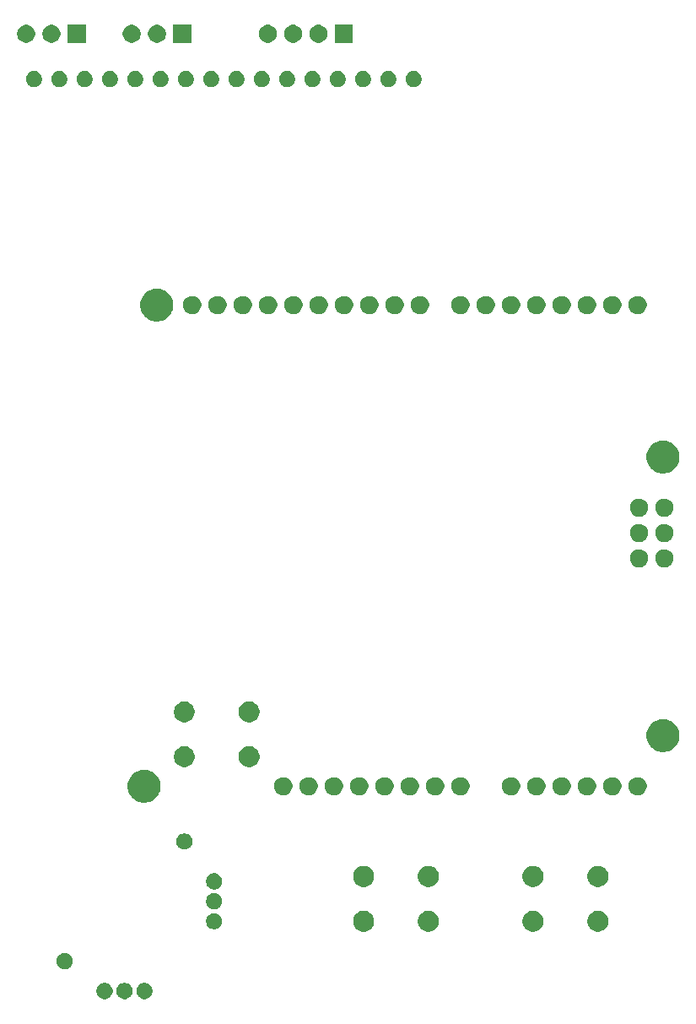
<source format=gbr>
G04 #@! TF.GenerationSoftware,KiCad,Pcbnew,5.1.5-52549c5~84~ubuntu19.04.1*
G04 #@! TF.CreationDate,2020-03-06T00:22:37-06:00*
G04 #@! TF.ProjectId,arduino-lab,61726475-696e-46f2-9d6c-61622e6b6963,rev?*
G04 #@! TF.SameCoordinates,Original*
G04 #@! TF.FileFunction,Soldermask,Bot*
G04 #@! TF.FilePolarity,Negative*
%FSLAX46Y46*%
G04 Gerber Fmt 4.6, Leading zero omitted, Abs format (unit mm)*
G04 Created by KiCad (PCBNEW 5.1.5-52549c5~84~ubuntu19.04.1) date 2020-03-06 00:22:37*
%MOMM*%
%LPD*%
G04 APERTURE LIST*
%ADD10C,0.100000*%
G04 APERTURE END LIST*
D10*
G36*
X75237142Y-131218242D02*
G01*
X75385101Y-131279529D01*
X75518255Y-131368499D01*
X75631501Y-131481745D01*
X75720471Y-131614899D01*
X75781758Y-131762858D01*
X75813000Y-131919925D01*
X75813000Y-132080075D01*
X75781758Y-132237142D01*
X75720471Y-132385101D01*
X75631501Y-132518255D01*
X75518255Y-132631501D01*
X75385101Y-132720471D01*
X75237142Y-132781758D01*
X75080075Y-132813000D01*
X74919925Y-132813000D01*
X74762858Y-132781758D01*
X74614899Y-132720471D01*
X74481745Y-132631501D01*
X74368499Y-132518255D01*
X74279529Y-132385101D01*
X74218242Y-132237142D01*
X74187000Y-132080075D01*
X74187000Y-131919925D01*
X74218242Y-131762858D01*
X74279529Y-131614899D01*
X74368499Y-131481745D01*
X74481745Y-131368499D01*
X74614899Y-131279529D01*
X74762858Y-131218242D01*
X74919925Y-131187000D01*
X75080075Y-131187000D01*
X75237142Y-131218242D01*
G37*
G36*
X79237142Y-131218242D02*
G01*
X79385101Y-131279529D01*
X79518255Y-131368499D01*
X79631501Y-131481745D01*
X79720471Y-131614899D01*
X79781758Y-131762858D01*
X79813000Y-131919925D01*
X79813000Y-132080075D01*
X79781758Y-132237142D01*
X79720471Y-132385101D01*
X79631501Y-132518255D01*
X79518255Y-132631501D01*
X79385101Y-132720471D01*
X79237142Y-132781758D01*
X79080075Y-132813000D01*
X78919925Y-132813000D01*
X78762858Y-132781758D01*
X78614899Y-132720471D01*
X78481745Y-132631501D01*
X78368499Y-132518255D01*
X78279529Y-132385101D01*
X78218242Y-132237142D01*
X78187000Y-132080075D01*
X78187000Y-131919925D01*
X78218242Y-131762858D01*
X78279529Y-131614899D01*
X78368499Y-131481745D01*
X78481745Y-131368499D01*
X78614899Y-131279529D01*
X78762858Y-131218242D01*
X78919925Y-131187000D01*
X79080075Y-131187000D01*
X79237142Y-131218242D01*
G37*
G36*
X77237142Y-131218242D02*
G01*
X77385101Y-131279529D01*
X77518255Y-131368499D01*
X77631501Y-131481745D01*
X77720471Y-131614899D01*
X77781758Y-131762858D01*
X77813000Y-131919925D01*
X77813000Y-132080075D01*
X77781758Y-132237142D01*
X77720471Y-132385101D01*
X77631501Y-132518255D01*
X77518255Y-132631501D01*
X77385101Y-132720471D01*
X77237142Y-132781758D01*
X77080075Y-132813000D01*
X76919925Y-132813000D01*
X76762858Y-132781758D01*
X76614899Y-132720471D01*
X76481745Y-132631501D01*
X76368499Y-132518255D01*
X76279529Y-132385101D01*
X76218242Y-132237142D01*
X76187000Y-132080075D01*
X76187000Y-131919925D01*
X76218242Y-131762858D01*
X76279529Y-131614899D01*
X76368499Y-131481745D01*
X76481745Y-131368499D01*
X76614899Y-131279529D01*
X76762858Y-131218242D01*
X76919925Y-131187000D01*
X77080075Y-131187000D01*
X77237142Y-131218242D01*
G37*
G36*
X71237142Y-128218242D02*
G01*
X71385101Y-128279529D01*
X71518255Y-128368499D01*
X71631501Y-128481745D01*
X71720471Y-128614899D01*
X71781758Y-128762858D01*
X71813000Y-128919925D01*
X71813000Y-129080075D01*
X71781758Y-129237142D01*
X71720471Y-129385101D01*
X71631501Y-129518255D01*
X71518255Y-129631501D01*
X71385101Y-129720471D01*
X71237142Y-129781758D01*
X71080075Y-129813000D01*
X70919925Y-129813000D01*
X70762858Y-129781758D01*
X70614899Y-129720471D01*
X70481745Y-129631501D01*
X70368499Y-129518255D01*
X70279529Y-129385101D01*
X70218242Y-129237142D01*
X70187000Y-129080075D01*
X70187000Y-128919925D01*
X70218242Y-128762858D01*
X70279529Y-128614899D01*
X70368499Y-128481745D01*
X70481745Y-128368499D01*
X70614899Y-128279529D01*
X70762858Y-128218242D01*
X70919925Y-128187000D01*
X71080075Y-128187000D01*
X71237142Y-128218242D01*
G37*
G36*
X118306564Y-123989389D02*
G01*
X118497833Y-124068615D01*
X118497835Y-124068616D01*
X118669973Y-124183635D01*
X118816365Y-124330027D01*
X118917740Y-124481745D01*
X118931385Y-124502167D01*
X119010611Y-124693436D01*
X119051000Y-124896484D01*
X119051000Y-125103516D01*
X119010611Y-125306564D01*
X118978080Y-125385100D01*
X118931384Y-125497835D01*
X118816365Y-125669973D01*
X118669973Y-125816365D01*
X118497835Y-125931384D01*
X118497834Y-125931385D01*
X118497833Y-125931385D01*
X118306564Y-126010611D01*
X118103516Y-126051000D01*
X117896484Y-126051000D01*
X117693436Y-126010611D01*
X117502167Y-125931385D01*
X117502166Y-125931385D01*
X117502165Y-125931384D01*
X117330027Y-125816365D01*
X117183635Y-125669973D01*
X117068616Y-125497835D01*
X117021920Y-125385100D01*
X116989389Y-125306564D01*
X116949000Y-125103516D01*
X116949000Y-124896484D01*
X116989389Y-124693436D01*
X117068615Y-124502167D01*
X117082261Y-124481745D01*
X117183635Y-124330027D01*
X117330027Y-124183635D01*
X117502165Y-124068616D01*
X117502167Y-124068615D01*
X117693436Y-123989389D01*
X117896484Y-123949000D01*
X118103516Y-123949000D01*
X118306564Y-123989389D01*
G37*
G36*
X107806564Y-123989389D02*
G01*
X107997833Y-124068615D01*
X107997835Y-124068616D01*
X108169973Y-124183635D01*
X108316365Y-124330027D01*
X108417740Y-124481745D01*
X108431385Y-124502167D01*
X108510611Y-124693436D01*
X108551000Y-124896484D01*
X108551000Y-125103516D01*
X108510611Y-125306564D01*
X108478080Y-125385100D01*
X108431384Y-125497835D01*
X108316365Y-125669973D01*
X108169973Y-125816365D01*
X107997835Y-125931384D01*
X107997834Y-125931385D01*
X107997833Y-125931385D01*
X107806564Y-126010611D01*
X107603516Y-126051000D01*
X107396484Y-126051000D01*
X107193436Y-126010611D01*
X107002167Y-125931385D01*
X107002166Y-125931385D01*
X107002165Y-125931384D01*
X106830027Y-125816365D01*
X106683635Y-125669973D01*
X106568616Y-125497835D01*
X106521920Y-125385100D01*
X106489389Y-125306564D01*
X106449000Y-125103516D01*
X106449000Y-124896484D01*
X106489389Y-124693436D01*
X106568615Y-124502167D01*
X106582261Y-124481745D01*
X106683635Y-124330027D01*
X106830027Y-124183635D01*
X107002165Y-124068616D01*
X107002167Y-124068615D01*
X107193436Y-123989389D01*
X107396484Y-123949000D01*
X107603516Y-123949000D01*
X107806564Y-123989389D01*
G37*
G36*
X101306564Y-123989389D02*
G01*
X101497833Y-124068615D01*
X101497835Y-124068616D01*
X101669973Y-124183635D01*
X101816365Y-124330027D01*
X101917740Y-124481745D01*
X101931385Y-124502167D01*
X102010611Y-124693436D01*
X102051000Y-124896484D01*
X102051000Y-125103516D01*
X102010611Y-125306564D01*
X101978080Y-125385100D01*
X101931384Y-125497835D01*
X101816365Y-125669973D01*
X101669973Y-125816365D01*
X101497835Y-125931384D01*
X101497834Y-125931385D01*
X101497833Y-125931385D01*
X101306564Y-126010611D01*
X101103516Y-126051000D01*
X100896484Y-126051000D01*
X100693436Y-126010611D01*
X100502167Y-125931385D01*
X100502166Y-125931385D01*
X100502165Y-125931384D01*
X100330027Y-125816365D01*
X100183635Y-125669973D01*
X100068616Y-125497835D01*
X100021920Y-125385100D01*
X99989389Y-125306564D01*
X99949000Y-125103516D01*
X99949000Y-124896484D01*
X99989389Y-124693436D01*
X100068615Y-124502167D01*
X100082261Y-124481745D01*
X100183635Y-124330027D01*
X100330027Y-124183635D01*
X100502165Y-124068616D01*
X100502167Y-124068615D01*
X100693436Y-123989389D01*
X100896484Y-123949000D01*
X101103516Y-123949000D01*
X101306564Y-123989389D01*
G37*
G36*
X124806564Y-123989389D02*
G01*
X124997833Y-124068615D01*
X124997835Y-124068616D01*
X125169973Y-124183635D01*
X125316365Y-124330027D01*
X125417740Y-124481745D01*
X125431385Y-124502167D01*
X125510611Y-124693436D01*
X125551000Y-124896484D01*
X125551000Y-125103516D01*
X125510611Y-125306564D01*
X125478080Y-125385100D01*
X125431384Y-125497835D01*
X125316365Y-125669973D01*
X125169973Y-125816365D01*
X124997835Y-125931384D01*
X124997834Y-125931385D01*
X124997833Y-125931385D01*
X124806564Y-126010611D01*
X124603516Y-126051000D01*
X124396484Y-126051000D01*
X124193436Y-126010611D01*
X124002167Y-125931385D01*
X124002166Y-125931385D01*
X124002165Y-125931384D01*
X123830027Y-125816365D01*
X123683635Y-125669973D01*
X123568616Y-125497835D01*
X123521920Y-125385100D01*
X123489389Y-125306564D01*
X123449000Y-125103516D01*
X123449000Y-124896484D01*
X123489389Y-124693436D01*
X123568615Y-124502167D01*
X123582261Y-124481745D01*
X123683635Y-124330027D01*
X123830027Y-124183635D01*
X124002165Y-124068616D01*
X124002167Y-124068615D01*
X124193436Y-123989389D01*
X124396484Y-123949000D01*
X124603516Y-123949000D01*
X124806564Y-123989389D01*
G37*
G36*
X86237142Y-124218242D02*
G01*
X86385101Y-124279529D01*
X86518255Y-124368499D01*
X86631501Y-124481745D01*
X86720471Y-124614899D01*
X86781758Y-124762858D01*
X86813000Y-124919925D01*
X86813000Y-125080075D01*
X86781758Y-125237142D01*
X86720471Y-125385101D01*
X86631501Y-125518255D01*
X86518255Y-125631501D01*
X86385101Y-125720471D01*
X86237142Y-125781758D01*
X86080075Y-125813000D01*
X85919925Y-125813000D01*
X85762858Y-125781758D01*
X85614899Y-125720471D01*
X85481745Y-125631501D01*
X85368499Y-125518255D01*
X85279529Y-125385101D01*
X85218242Y-125237142D01*
X85187000Y-125080075D01*
X85187000Y-124919925D01*
X85218242Y-124762858D01*
X85279529Y-124614899D01*
X85368499Y-124481745D01*
X85481745Y-124368499D01*
X85614899Y-124279529D01*
X85762858Y-124218242D01*
X85919925Y-124187000D01*
X86080075Y-124187000D01*
X86237142Y-124218242D01*
G37*
G36*
X86237142Y-122218242D02*
G01*
X86385101Y-122279529D01*
X86518255Y-122368499D01*
X86631501Y-122481745D01*
X86720471Y-122614899D01*
X86781758Y-122762858D01*
X86813000Y-122919925D01*
X86813000Y-123080075D01*
X86781758Y-123237142D01*
X86720471Y-123385101D01*
X86631501Y-123518255D01*
X86518255Y-123631501D01*
X86385101Y-123720471D01*
X86237142Y-123781758D01*
X86080075Y-123813000D01*
X85919925Y-123813000D01*
X85762858Y-123781758D01*
X85614899Y-123720471D01*
X85481745Y-123631501D01*
X85368499Y-123518255D01*
X85279529Y-123385101D01*
X85218242Y-123237142D01*
X85187000Y-123080075D01*
X85187000Y-122919925D01*
X85218242Y-122762858D01*
X85279529Y-122614899D01*
X85368499Y-122481745D01*
X85481745Y-122368499D01*
X85614899Y-122279529D01*
X85762858Y-122218242D01*
X85919925Y-122187000D01*
X86080075Y-122187000D01*
X86237142Y-122218242D01*
G37*
G36*
X86237142Y-120218242D02*
G01*
X86385101Y-120279529D01*
X86518255Y-120368499D01*
X86631501Y-120481745D01*
X86720471Y-120614899D01*
X86781758Y-120762858D01*
X86813000Y-120919925D01*
X86813000Y-121080075D01*
X86781758Y-121237142D01*
X86720471Y-121385101D01*
X86631501Y-121518255D01*
X86518255Y-121631501D01*
X86385101Y-121720471D01*
X86237142Y-121781758D01*
X86080075Y-121813000D01*
X85919925Y-121813000D01*
X85762858Y-121781758D01*
X85614899Y-121720471D01*
X85481745Y-121631501D01*
X85368499Y-121518255D01*
X85279529Y-121385101D01*
X85218242Y-121237142D01*
X85187000Y-121080075D01*
X85187000Y-120919925D01*
X85218242Y-120762858D01*
X85279529Y-120614899D01*
X85368499Y-120481745D01*
X85481745Y-120368499D01*
X85614899Y-120279529D01*
X85762858Y-120218242D01*
X85919925Y-120187000D01*
X86080075Y-120187000D01*
X86237142Y-120218242D01*
G37*
G36*
X118306564Y-119489389D02*
G01*
X118497833Y-119568615D01*
X118497835Y-119568616D01*
X118669973Y-119683635D01*
X118816365Y-119830027D01*
X118931385Y-120002167D01*
X119010611Y-120193436D01*
X119051000Y-120396484D01*
X119051000Y-120603516D01*
X119010611Y-120806564D01*
X118963655Y-120919925D01*
X118931384Y-120997835D01*
X118816365Y-121169973D01*
X118669973Y-121316365D01*
X118497835Y-121431384D01*
X118497834Y-121431385D01*
X118497833Y-121431385D01*
X118306564Y-121510611D01*
X118103516Y-121551000D01*
X117896484Y-121551000D01*
X117693436Y-121510611D01*
X117502167Y-121431385D01*
X117502166Y-121431385D01*
X117502165Y-121431384D01*
X117330027Y-121316365D01*
X117183635Y-121169973D01*
X117068616Y-120997835D01*
X117036345Y-120919925D01*
X116989389Y-120806564D01*
X116949000Y-120603516D01*
X116949000Y-120396484D01*
X116989389Y-120193436D01*
X117068615Y-120002167D01*
X117183635Y-119830027D01*
X117330027Y-119683635D01*
X117502165Y-119568616D01*
X117502167Y-119568615D01*
X117693436Y-119489389D01*
X117896484Y-119449000D01*
X118103516Y-119449000D01*
X118306564Y-119489389D01*
G37*
G36*
X101306564Y-119489389D02*
G01*
X101497833Y-119568615D01*
X101497835Y-119568616D01*
X101669973Y-119683635D01*
X101816365Y-119830027D01*
X101931385Y-120002167D01*
X102010611Y-120193436D01*
X102051000Y-120396484D01*
X102051000Y-120603516D01*
X102010611Y-120806564D01*
X101963655Y-120919925D01*
X101931384Y-120997835D01*
X101816365Y-121169973D01*
X101669973Y-121316365D01*
X101497835Y-121431384D01*
X101497834Y-121431385D01*
X101497833Y-121431385D01*
X101306564Y-121510611D01*
X101103516Y-121551000D01*
X100896484Y-121551000D01*
X100693436Y-121510611D01*
X100502167Y-121431385D01*
X100502166Y-121431385D01*
X100502165Y-121431384D01*
X100330027Y-121316365D01*
X100183635Y-121169973D01*
X100068616Y-120997835D01*
X100036345Y-120919925D01*
X99989389Y-120806564D01*
X99949000Y-120603516D01*
X99949000Y-120396484D01*
X99989389Y-120193436D01*
X100068615Y-120002167D01*
X100183635Y-119830027D01*
X100330027Y-119683635D01*
X100502165Y-119568616D01*
X100502167Y-119568615D01*
X100693436Y-119489389D01*
X100896484Y-119449000D01*
X101103516Y-119449000D01*
X101306564Y-119489389D01*
G37*
G36*
X107806564Y-119489389D02*
G01*
X107997833Y-119568615D01*
X107997835Y-119568616D01*
X108169973Y-119683635D01*
X108316365Y-119830027D01*
X108431385Y-120002167D01*
X108510611Y-120193436D01*
X108551000Y-120396484D01*
X108551000Y-120603516D01*
X108510611Y-120806564D01*
X108463655Y-120919925D01*
X108431384Y-120997835D01*
X108316365Y-121169973D01*
X108169973Y-121316365D01*
X107997835Y-121431384D01*
X107997834Y-121431385D01*
X107997833Y-121431385D01*
X107806564Y-121510611D01*
X107603516Y-121551000D01*
X107396484Y-121551000D01*
X107193436Y-121510611D01*
X107002167Y-121431385D01*
X107002166Y-121431385D01*
X107002165Y-121431384D01*
X106830027Y-121316365D01*
X106683635Y-121169973D01*
X106568616Y-120997835D01*
X106536345Y-120919925D01*
X106489389Y-120806564D01*
X106449000Y-120603516D01*
X106449000Y-120396484D01*
X106489389Y-120193436D01*
X106568615Y-120002167D01*
X106683635Y-119830027D01*
X106830027Y-119683635D01*
X107002165Y-119568616D01*
X107002167Y-119568615D01*
X107193436Y-119489389D01*
X107396484Y-119449000D01*
X107603516Y-119449000D01*
X107806564Y-119489389D01*
G37*
G36*
X124806564Y-119489389D02*
G01*
X124997833Y-119568615D01*
X124997835Y-119568616D01*
X125169973Y-119683635D01*
X125316365Y-119830027D01*
X125431385Y-120002167D01*
X125510611Y-120193436D01*
X125551000Y-120396484D01*
X125551000Y-120603516D01*
X125510611Y-120806564D01*
X125463655Y-120919925D01*
X125431384Y-120997835D01*
X125316365Y-121169973D01*
X125169973Y-121316365D01*
X124997835Y-121431384D01*
X124997834Y-121431385D01*
X124997833Y-121431385D01*
X124806564Y-121510611D01*
X124603516Y-121551000D01*
X124396484Y-121551000D01*
X124193436Y-121510611D01*
X124002167Y-121431385D01*
X124002166Y-121431385D01*
X124002165Y-121431384D01*
X123830027Y-121316365D01*
X123683635Y-121169973D01*
X123568616Y-120997835D01*
X123536345Y-120919925D01*
X123489389Y-120806564D01*
X123449000Y-120603516D01*
X123449000Y-120396484D01*
X123489389Y-120193436D01*
X123568615Y-120002167D01*
X123683635Y-119830027D01*
X123830027Y-119683635D01*
X124002165Y-119568616D01*
X124002167Y-119568615D01*
X124193436Y-119489389D01*
X124396484Y-119449000D01*
X124603516Y-119449000D01*
X124806564Y-119489389D01*
G37*
G36*
X83237142Y-116218242D02*
G01*
X83385101Y-116279529D01*
X83518255Y-116368499D01*
X83631501Y-116481745D01*
X83720471Y-116614899D01*
X83781758Y-116762858D01*
X83813000Y-116919925D01*
X83813000Y-117080075D01*
X83781758Y-117237142D01*
X83720471Y-117385101D01*
X83631501Y-117518255D01*
X83518255Y-117631501D01*
X83385101Y-117720471D01*
X83237142Y-117781758D01*
X83080075Y-117813000D01*
X82919925Y-117813000D01*
X82762858Y-117781758D01*
X82614899Y-117720471D01*
X82481745Y-117631501D01*
X82368499Y-117518255D01*
X82279529Y-117385101D01*
X82218242Y-117237142D01*
X82187000Y-117080075D01*
X82187000Y-116919925D01*
X82218242Y-116762858D01*
X82279529Y-116614899D01*
X82368499Y-116481745D01*
X82481745Y-116368499D01*
X82614899Y-116279529D01*
X82762858Y-116218242D01*
X82919925Y-116187000D01*
X83080075Y-116187000D01*
X83237142Y-116218242D01*
G37*
G36*
X79345256Y-109851298D02*
G01*
X79451579Y-109872447D01*
X79752042Y-109996903D01*
X80022451Y-110177585D01*
X80252415Y-110407549D01*
X80433097Y-110677958D01*
X80433098Y-110677960D01*
X80557553Y-110978422D01*
X80621000Y-111297389D01*
X80621000Y-111622611D01*
X80557553Y-111941578D01*
X80462766Y-112170416D01*
X80433097Y-112242042D01*
X80252415Y-112512451D01*
X80022451Y-112742415D01*
X79752042Y-112923097D01*
X79451579Y-113047553D01*
X79345256Y-113068702D01*
X79132611Y-113111000D01*
X78807389Y-113111000D01*
X78594744Y-113068702D01*
X78488421Y-113047553D01*
X78187958Y-112923097D01*
X77917549Y-112742415D01*
X77687585Y-112512451D01*
X77506903Y-112242042D01*
X77477235Y-112170416D01*
X77382447Y-111941578D01*
X77319000Y-111622611D01*
X77319000Y-111297389D01*
X77382447Y-110978422D01*
X77506902Y-110677960D01*
X77506903Y-110677958D01*
X77687585Y-110407549D01*
X77917549Y-110177585D01*
X78187958Y-109996903D01*
X78488421Y-109872447D01*
X78594744Y-109851298D01*
X78807389Y-109809000D01*
X79132611Y-109809000D01*
X79345256Y-109851298D01*
G37*
G36*
X103366778Y-110580547D02*
G01*
X103533224Y-110649491D01*
X103683022Y-110749583D01*
X103810417Y-110876978D01*
X103910509Y-111026776D01*
X103979453Y-111193222D01*
X104014600Y-111369918D01*
X104014600Y-111550082D01*
X103979453Y-111726778D01*
X103910509Y-111893224D01*
X103810417Y-112043022D01*
X103683022Y-112170417D01*
X103533224Y-112270509D01*
X103366778Y-112339453D01*
X103190082Y-112374600D01*
X103009918Y-112374600D01*
X102833222Y-112339453D01*
X102666776Y-112270509D01*
X102516978Y-112170417D01*
X102389583Y-112043022D01*
X102289491Y-111893224D01*
X102220547Y-111726778D01*
X102185400Y-111550082D01*
X102185400Y-111369918D01*
X102220547Y-111193222D01*
X102289491Y-111026776D01*
X102389583Y-110876978D01*
X102516978Y-110749583D01*
X102666776Y-110649491D01*
X102833222Y-110580547D01*
X103009918Y-110545400D01*
X103190082Y-110545400D01*
X103366778Y-110580547D01*
G37*
G36*
X116066778Y-110580547D02*
G01*
X116233224Y-110649491D01*
X116383022Y-110749583D01*
X116510417Y-110876978D01*
X116610509Y-111026776D01*
X116679453Y-111193222D01*
X116714600Y-111369918D01*
X116714600Y-111550082D01*
X116679453Y-111726778D01*
X116610509Y-111893224D01*
X116510417Y-112043022D01*
X116383022Y-112170417D01*
X116233224Y-112270509D01*
X116066778Y-112339453D01*
X115890082Y-112374600D01*
X115709918Y-112374600D01*
X115533222Y-112339453D01*
X115366776Y-112270509D01*
X115216978Y-112170417D01*
X115089583Y-112043022D01*
X114989491Y-111893224D01*
X114920547Y-111726778D01*
X114885400Y-111550082D01*
X114885400Y-111369918D01*
X114920547Y-111193222D01*
X114989491Y-111026776D01*
X115089583Y-110876978D01*
X115216978Y-110749583D01*
X115366776Y-110649491D01*
X115533222Y-110580547D01*
X115709918Y-110545400D01*
X115890082Y-110545400D01*
X116066778Y-110580547D01*
G37*
G36*
X110986778Y-110580547D02*
G01*
X111153224Y-110649491D01*
X111303022Y-110749583D01*
X111430417Y-110876978D01*
X111530509Y-111026776D01*
X111599453Y-111193222D01*
X111634600Y-111369918D01*
X111634600Y-111550082D01*
X111599453Y-111726778D01*
X111530509Y-111893224D01*
X111430417Y-112043022D01*
X111303022Y-112170417D01*
X111153224Y-112270509D01*
X110986778Y-112339453D01*
X110810082Y-112374600D01*
X110629918Y-112374600D01*
X110453222Y-112339453D01*
X110286776Y-112270509D01*
X110136978Y-112170417D01*
X110009583Y-112043022D01*
X109909491Y-111893224D01*
X109840547Y-111726778D01*
X109805400Y-111550082D01*
X109805400Y-111369918D01*
X109840547Y-111193222D01*
X109909491Y-111026776D01*
X110009583Y-110876978D01*
X110136978Y-110749583D01*
X110286776Y-110649491D01*
X110453222Y-110580547D01*
X110629918Y-110545400D01*
X110810082Y-110545400D01*
X110986778Y-110580547D01*
G37*
G36*
X108446778Y-110580547D02*
G01*
X108613224Y-110649491D01*
X108763022Y-110749583D01*
X108890417Y-110876978D01*
X108990509Y-111026776D01*
X109059453Y-111193222D01*
X109094600Y-111369918D01*
X109094600Y-111550082D01*
X109059453Y-111726778D01*
X108990509Y-111893224D01*
X108890417Y-112043022D01*
X108763022Y-112170417D01*
X108613224Y-112270509D01*
X108446778Y-112339453D01*
X108270082Y-112374600D01*
X108089918Y-112374600D01*
X107913222Y-112339453D01*
X107746776Y-112270509D01*
X107596978Y-112170417D01*
X107469583Y-112043022D01*
X107369491Y-111893224D01*
X107300547Y-111726778D01*
X107265400Y-111550082D01*
X107265400Y-111369918D01*
X107300547Y-111193222D01*
X107369491Y-111026776D01*
X107469583Y-110876978D01*
X107596978Y-110749583D01*
X107746776Y-110649491D01*
X107913222Y-110580547D01*
X108089918Y-110545400D01*
X108270082Y-110545400D01*
X108446778Y-110580547D01*
G37*
G36*
X105906778Y-110580547D02*
G01*
X106073224Y-110649491D01*
X106223022Y-110749583D01*
X106350417Y-110876978D01*
X106450509Y-111026776D01*
X106519453Y-111193222D01*
X106554600Y-111369918D01*
X106554600Y-111550082D01*
X106519453Y-111726778D01*
X106450509Y-111893224D01*
X106350417Y-112043022D01*
X106223022Y-112170417D01*
X106073224Y-112270509D01*
X105906778Y-112339453D01*
X105730082Y-112374600D01*
X105549918Y-112374600D01*
X105373222Y-112339453D01*
X105206776Y-112270509D01*
X105056978Y-112170417D01*
X104929583Y-112043022D01*
X104829491Y-111893224D01*
X104760547Y-111726778D01*
X104725400Y-111550082D01*
X104725400Y-111369918D01*
X104760547Y-111193222D01*
X104829491Y-111026776D01*
X104929583Y-110876978D01*
X105056978Y-110749583D01*
X105206776Y-110649491D01*
X105373222Y-110580547D01*
X105549918Y-110545400D01*
X105730082Y-110545400D01*
X105906778Y-110580547D01*
G37*
G36*
X126226778Y-110580547D02*
G01*
X126393224Y-110649491D01*
X126543022Y-110749583D01*
X126670417Y-110876978D01*
X126770509Y-111026776D01*
X126839453Y-111193222D01*
X126874600Y-111369918D01*
X126874600Y-111550082D01*
X126839453Y-111726778D01*
X126770509Y-111893224D01*
X126670417Y-112043022D01*
X126543022Y-112170417D01*
X126393224Y-112270509D01*
X126226778Y-112339453D01*
X126050082Y-112374600D01*
X125869918Y-112374600D01*
X125693222Y-112339453D01*
X125526776Y-112270509D01*
X125376978Y-112170417D01*
X125249583Y-112043022D01*
X125149491Y-111893224D01*
X125080547Y-111726778D01*
X125045400Y-111550082D01*
X125045400Y-111369918D01*
X125080547Y-111193222D01*
X125149491Y-111026776D01*
X125249583Y-110876978D01*
X125376978Y-110749583D01*
X125526776Y-110649491D01*
X125693222Y-110580547D01*
X125869918Y-110545400D01*
X126050082Y-110545400D01*
X126226778Y-110580547D01*
G37*
G36*
X123686778Y-110580547D02*
G01*
X123853224Y-110649491D01*
X124003022Y-110749583D01*
X124130417Y-110876978D01*
X124230509Y-111026776D01*
X124299453Y-111193222D01*
X124334600Y-111369918D01*
X124334600Y-111550082D01*
X124299453Y-111726778D01*
X124230509Y-111893224D01*
X124130417Y-112043022D01*
X124003022Y-112170417D01*
X123853224Y-112270509D01*
X123686778Y-112339453D01*
X123510082Y-112374600D01*
X123329918Y-112374600D01*
X123153222Y-112339453D01*
X122986776Y-112270509D01*
X122836978Y-112170417D01*
X122709583Y-112043022D01*
X122609491Y-111893224D01*
X122540547Y-111726778D01*
X122505400Y-111550082D01*
X122505400Y-111369918D01*
X122540547Y-111193222D01*
X122609491Y-111026776D01*
X122709583Y-110876978D01*
X122836978Y-110749583D01*
X122986776Y-110649491D01*
X123153222Y-110580547D01*
X123329918Y-110545400D01*
X123510082Y-110545400D01*
X123686778Y-110580547D01*
G37*
G36*
X118606778Y-110580547D02*
G01*
X118773224Y-110649491D01*
X118923022Y-110749583D01*
X119050417Y-110876978D01*
X119150509Y-111026776D01*
X119219453Y-111193222D01*
X119254600Y-111369918D01*
X119254600Y-111550082D01*
X119219453Y-111726778D01*
X119150509Y-111893224D01*
X119050417Y-112043022D01*
X118923022Y-112170417D01*
X118773224Y-112270509D01*
X118606778Y-112339453D01*
X118430082Y-112374600D01*
X118249918Y-112374600D01*
X118073222Y-112339453D01*
X117906776Y-112270509D01*
X117756978Y-112170417D01*
X117629583Y-112043022D01*
X117529491Y-111893224D01*
X117460547Y-111726778D01*
X117425400Y-111550082D01*
X117425400Y-111369918D01*
X117460547Y-111193222D01*
X117529491Y-111026776D01*
X117629583Y-110876978D01*
X117756978Y-110749583D01*
X117906776Y-110649491D01*
X118073222Y-110580547D01*
X118249918Y-110545400D01*
X118430082Y-110545400D01*
X118606778Y-110580547D01*
G37*
G36*
X100826778Y-110580547D02*
G01*
X100993224Y-110649491D01*
X101143022Y-110749583D01*
X101270417Y-110876978D01*
X101370509Y-111026776D01*
X101439453Y-111193222D01*
X101474600Y-111369918D01*
X101474600Y-111550082D01*
X101439453Y-111726778D01*
X101370509Y-111893224D01*
X101270417Y-112043022D01*
X101143022Y-112170417D01*
X100993224Y-112270509D01*
X100826778Y-112339453D01*
X100650082Y-112374600D01*
X100469918Y-112374600D01*
X100293222Y-112339453D01*
X100126776Y-112270509D01*
X99976978Y-112170417D01*
X99849583Y-112043022D01*
X99749491Y-111893224D01*
X99680547Y-111726778D01*
X99645400Y-111550082D01*
X99645400Y-111369918D01*
X99680547Y-111193222D01*
X99749491Y-111026776D01*
X99849583Y-110876978D01*
X99976978Y-110749583D01*
X100126776Y-110649491D01*
X100293222Y-110580547D01*
X100469918Y-110545400D01*
X100650082Y-110545400D01*
X100826778Y-110580547D01*
G37*
G36*
X93206778Y-110580547D02*
G01*
X93373224Y-110649491D01*
X93523022Y-110749583D01*
X93650417Y-110876978D01*
X93750509Y-111026776D01*
X93819453Y-111193222D01*
X93854600Y-111369918D01*
X93854600Y-111550082D01*
X93819453Y-111726778D01*
X93750509Y-111893224D01*
X93650417Y-112043022D01*
X93523022Y-112170417D01*
X93373224Y-112270509D01*
X93206778Y-112339453D01*
X93030082Y-112374600D01*
X92849918Y-112374600D01*
X92673222Y-112339453D01*
X92506776Y-112270509D01*
X92356978Y-112170417D01*
X92229583Y-112043022D01*
X92129491Y-111893224D01*
X92060547Y-111726778D01*
X92025400Y-111550082D01*
X92025400Y-111369918D01*
X92060547Y-111193222D01*
X92129491Y-111026776D01*
X92229583Y-110876978D01*
X92356978Y-110749583D01*
X92506776Y-110649491D01*
X92673222Y-110580547D01*
X92849918Y-110545400D01*
X93030082Y-110545400D01*
X93206778Y-110580547D01*
G37*
G36*
X95746778Y-110580547D02*
G01*
X95913224Y-110649491D01*
X96063022Y-110749583D01*
X96190417Y-110876978D01*
X96290509Y-111026776D01*
X96359453Y-111193222D01*
X96394600Y-111369918D01*
X96394600Y-111550082D01*
X96359453Y-111726778D01*
X96290509Y-111893224D01*
X96190417Y-112043022D01*
X96063022Y-112170417D01*
X95913224Y-112270509D01*
X95746778Y-112339453D01*
X95570082Y-112374600D01*
X95389918Y-112374600D01*
X95213222Y-112339453D01*
X95046776Y-112270509D01*
X94896978Y-112170417D01*
X94769583Y-112043022D01*
X94669491Y-111893224D01*
X94600547Y-111726778D01*
X94565400Y-111550082D01*
X94565400Y-111369918D01*
X94600547Y-111193222D01*
X94669491Y-111026776D01*
X94769583Y-110876978D01*
X94896978Y-110749583D01*
X95046776Y-110649491D01*
X95213222Y-110580547D01*
X95389918Y-110545400D01*
X95570082Y-110545400D01*
X95746778Y-110580547D01*
G37*
G36*
X98286778Y-110580547D02*
G01*
X98453224Y-110649491D01*
X98603022Y-110749583D01*
X98730417Y-110876978D01*
X98830509Y-111026776D01*
X98899453Y-111193222D01*
X98934600Y-111369918D01*
X98934600Y-111550082D01*
X98899453Y-111726778D01*
X98830509Y-111893224D01*
X98730417Y-112043022D01*
X98603022Y-112170417D01*
X98453224Y-112270509D01*
X98286778Y-112339453D01*
X98110082Y-112374600D01*
X97929918Y-112374600D01*
X97753222Y-112339453D01*
X97586776Y-112270509D01*
X97436978Y-112170417D01*
X97309583Y-112043022D01*
X97209491Y-111893224D01*
X97140547Y-111726778D01*
X97105400Y-111550082D01*
X97105400Y-111369918D01*
X97140547Y-111193222D01*
X97209491Y-111026776D01*
X97309583Y-110876978D01*
X97436978Y-110749583D01*
X97586776Y-110649491D01*
X97753222Y-110580547D01*
X97929918Y-110545400D01*
X98110082Y-110545400D01*
X98286778Y-110580547D01*
G37*
G36*
X128766778Y-110580547D02*
G01*
X128933224Y-110649491D01*
X129083022Y-110749583D01*
X129210417Y-110876978D01*
X129310509Y-111026776D01*
X129379453Y-111193222D01*
X129414600Y-111369918D01*
X129414600Y-111550082D01*
X129379453Y-111726778D01*
X129310509Y-111893224D01*
X129210417Y-112043022D01*
X129083022Y-112170417D01*
X128933224Y-112270509D01*
X128766778Y-112339453D01*
X128590082Y-112374600D01*
X128409918Y-112374600D01*
X128233222Y-112339453D01*
X128066776Y-112270509D01*
X127916978Y-112170417D01*
X127789583Y-112043022D01*
X127689491Y-111893224D01*
X127620547Y-111726778D01*
X127585400Y-111550082D01*
X127585400Y-111369918D01*
X127620547Y-111193222D01*
X127689491Y-111026776D01*
X127789583Y-110876978D01*
X127916978Y-110749583D01*
X128066776Y-110649491D01*
X128233222Y-110580547D01*
X128409918Y-110545400D01*
X128590082Y-110545400D01*
X128766778Y-110580547D01*
G37*
G36*
X121146778Y-110580547D02*
G01*
X121313224Y-110649491D01*
X121463022Y-110749583D01*
X121590417Y-110876978D01*
X121690509Y-111026776D01*
X121759453Y-111193222D01*
X121794600Y-111369918D01*
X121794600Y-111550082D01*
X121759453Y-111726778D01*
X121690509Y-111893224D01*
X121590417Y-112043022D01*
X121463022Y-112170417D01*
X121313224Y-112270509D01*
X121146778Y-112339453D01*
X120970082Y-112374600D01*
X120789918Y-112374600D01*
X120613222Y-112339453D01*
X120446776Y-112270509D01*
X120296978Y-112170417D01*
X120169583Y-112043022D01*
X120069491Y-111893224D01*
X120000547Y-111726778D01*
X119965400Y-111550082D01*
X119965400Y-111369918D01*
X120000547Y-111193222D01*
X120069491Y-111026776D01*
X120169583Y-110876978D01*
X120296978Y-110749583D01*
X120446776Y-110649491D01*
X120613222Y-110580547D01*
X120789918Y-110545400D01*
X120970082Y-110545400D01*
X121146778Y-110580547D01*
G37*
G36*
X89806564Y-107489389D02*
G01*
X89997833Y-107568615D01*
X89997835Y-107568616D01*
X90169973Y-107683635D01*
X90316365Y-107830027D01*
X90431385Y-108002167D01*
X90510611Y-108193436D01*
X90551000Y-108396484D01*
X90551000Y-108603516D01*
X90510611Y-108806564D01*
X90431385Y-108997833D01*
X90431384Y-108997835D01*
X90316365Y-109169973D01*
X90169973Y-109316365D01*
X89997835Y-109431384D01*
X89997834Y-109431385D01*
X89997833Y-109431385D01*
X89806564Y-109510611D01*
X89603516Y-109551000D01*
X89396484Y-109551000D01*
X89193436Y-109510611D01*
X89002167Y-109431385D01*
X89002166Y-109431385D01*
X89002165Y-109431384D01*
X88830027Y-109316365D01*
X88683635Y-109169973D01*
X88568616Y-108997835D01*
X88568615Y-108997833D01*
X88489389Y-108806564D01*
X88449000Y-108603516D01*
X88449000Y-108396484D01*
X88489389Y-108193436D01*
X88568615Y-108002167D01*
X88683635Y-107830027D01*
X88830027Y-107683635D01*
X89002165Y-107568616D01*
X89002167Y-107568615D01*
X89193436Y-107489389D01*
X89396484Y-107449000D01*
X89603516Y-107449000D01*
X89806564Y-107489389D01*
G37*
G36*
X83306564Y-107489389D02*
G01*
X83497833Y-107568615D01*
X83497835Y-107568616D01*
X83669973Y-107683635D01*
X83816365Y-107830027D01*
X83931385Y-108002167D01*
X84010611Y-108193436D01*
X84051000Y-108396484D01*
X84051000Y-108603516D01*
X84010611Y-108806564D01*
X83931385Y-108997833D01*
X83931384Y-108997835D01*
X83816365Y-109169973D01*
X83669973Y-109316365D01*
X83497835Y-109431384D01*
X83497834Y-109431385D01*
X83497833Y-109431385D01*
X83306564Y-109510611D01*
X83103516Y-109551000D01*
X82896484Y-109551000D01*
X82693436Y-109510611D01*
X82502167Y-109431385D01*
X82502166Y-109431385D01*
X82502165Y-109431384D01*
X82330027Y-109316365D01*
X82183635Y-109169973D01*
X82068616Y-108997835D01*
X82068615Y-108997833D01*
X81989389Y-108806564D01*
X81949000Y-108603516D01*
X81949000Y-108396484D01*
X81989389Y-108193436D01*
X82068615Y-108002167D01*
X82183635Y-107830027D01*
X82330027Y-107683635D01*
X82502165Y-107568616D01*
X82502167Y-107568615D01*
X82693436Y-107489389D01*
X82896484Y-107449000D01*
X83103516Y-107449000D01*
X83306564Y-107489389D01*
G37*
G36*
X131415256Y-104771298D02*
G01*
X131521579Y-104792447D01*
X131822042Y-104916903D01*
X132092451Y-105097585D01*
X132322415Y-105327549D01*
X132503097Y-105597958D01*
X132627553Y-105898421D01*
X132691000Y-106217391D01*
X132691000Y-106542609D01*
X132627553Y-106861579D01*
X132503097Y-107162042D01*
X132322415Y-107432451D01*
X132092451Y-107662415D01*
X131822042Y-107843097D01*
X131521579Y-107967553D01*
X131415256Y-107988702D01*
X131202611Y-108031000D01*
X130877389Y-108031000D01*
X130664744Y-107988702D01*
X130558421Y-107967553D01*
X130257958Y-107843097D01*
X129987549Y-107662415D01*
X129757585Y-107432451D01*
X129576903Y-107162042D01*
X129452447Y-106861579D01*
X129389000Y-106542609D01*
X129389000Y-106217391D01*
X129452447Y-105898421D01*
X129576903Y-105597958D01*
X129757585Y-105327549D01*
X129987549Y-105097585D01*
X130257958Y-104916903D01*
X130558421Y-104792447D01*
X130664744Y-104771298D01*
X130877389Y-104729000D01*
X131202611Y-104729000D01*
X131415256Y-104771298D01*
G37*
G36*
X83306564Y-102989389D02*
G01*
X83497833Y-103068615D01*
X83497835Y-103068616D01*
X83669973Y-103183635D01*
X83816365Y-103330027D01*
X83931385Y-103502167D01*
X84010611Y-103693436D01*
X84051000Y-103896484D01*
X84051000Y-104103516D01*
X84010611Y-104306564D01*
X83931385Y-104497833D01*
X83931384Y-104497835D01*
X83816365Y-104669973D01*
X83669973Y-104816365D01*
X83497835Y-104931384D01*
X83497834Y-104931385D01*
X83497833Y-104931385D01*
X83306564Y-105010611D01*
X83103516Y-105051000D01*
X82896484Y-105051000D01*
X82693436Y-105010611D01*
X82502167Y-104931385D01*
X82502166Y-104931385D01*
X82502165Y-104931384D01*
X82330027Y-104816365D01*
X82183635Y-104669973D01*
X82068616Y-104497835D01*
X82068615Y-104497833D01*
X81989389Y-104306564D01*
X81949000Y-104103516D01*
X81949000Y-103896484D01*
X81989389Y-103693436D01*
X82068615Y-103502167D01*
X82183635Y-103330027D01*
X82330027Y-103183635D01*
X82502165Y-103068616D01*
X82502167Y-103068615D01*
X82693436Y-102989389D01*
X82896484Y-102949000D01*
X83103516Y-102949000D01*
X83306564Y-102989389D01*
G37*
G36*
X89806564Y-102989389D02*
G01*
X89997833Y-103068615D01*
X89997835Y-103068616D01*
X90169973Y-103183635D01*
X90316365Y-103330027D01*
X90431385Y-103502167D01*
X90510611Y-103693436D01*
X90551000Y-103896484D01*
X90551000Y-104103516D01*
X90510611Y-104306564D01*
X90431385Y-104497833D01*
X90431384Y-104497835D01*
X90316365Y-104669973D01*
X90169973Y-104816365D01*
X89997835Y-104931384D01*
X89997834Y-104931385D01*
X89997833Y-104931385D01*
X89806564Y-105010611D01*
X89603516Y-105051000D01*
X89396484Y-105051000D01*
X89193436Y-105010611D01*
X89002167Y-104931385D01*
X89002166Y-104931385D01*
X89002165Y-104931384D01*
X88830027Y-104816365D01*
X88683635Y-104669973D01*
X88568616Y-104497835D01*
X88568615Y-104497833D01*
X88489389Y-104306564D01*
X88449000Y-104103516D01*
X88449000Y-103896484D01*
X88489389Y-103693436D01*
X88568615Y-103502167D01*
X88683635Y-103330027D01*
X88830027Y-103183635D01*
X89002165Y-103068616D01*
X89002167Y-103068615D01*
X89193436Y-102989389D01*
X89396484Y-102949000D01*
X89603516Y-102949000D01*
X89806564Y-102989389D01*
G37*
G36*
X131433778Y-87720547D02*
G01*
X131600224Y-87789491D01*
X131750022Y-87889583D01*
X131877417Y-88016978D01*
X131977509Y-88166776D01*
X132046453Y-88333222D01*
X132081600Y-88509918D01*
X132081600Y-88690082D01*
X132046453Y-88866778D01*
X131977509Y-89033224D01*
X131877417Y-89183022D01*
X131750022Y-89310417D01*
X131600224Y-89410509D01*
X131433778Y-89479453D01*
X131257082Y-89514600D01*
X131076918Y-89514600D01*
X130900222Y-89479453D01*
X130733776Y-89410509D01*
X130583978Y-89310417D01*
X130456583Y-89183022D01*
X130356491Y-89033224D01*
X130287547Y-88866778D01*
X130252400Y-88690082D01*
X130252400Y-88509918D01*
X130287547Y-88333222D01*
X130356491Y-88166776D01*
X130456583Y-88016978D01*
X130583978Y-87889583D01*
X130733776Y-87789491D01*
X130900222Y-87720547D01*
X131076918Y-87685400D01*
X131257082Y-87685400D01*
X131433778Y-87720547D01*
G37*
G36*
X128893778Y-87720547D02*
G01*
X129060224Y-87789491D01*
X129210022Y-87889583D01*
X129337417Y-88016978D01*
X129437509Y-88166776D01*
X129506453Y-88333222D01*
X129541600Y-88509918D01*
X129541600Y-88690082D01*
X129506453Y-88866778D01*
X129437509Y-89033224D01*
X129337417Y-89183022D01*
X129210022Y-89310417D01*
X129060224Y-89410509D01*
X128893778Y-89479453D01*
X128717082Y-89514600D01*
X128536918Y-89514600D01*
X128360222Y-89479453D01*
X128193776Y-89410509D01*
X128043978Y-89310417D01*
X127916583Y-89183022D01*
X127816491Y-89033224D01*
X127747547Y-88866778D01*
X127712400Y-88690082D01*
X127712400Y-88509918D01*
X127747547Y-88333222D01*
X127816491Y-88166776D01*
X127916583Y-88016978D01*
X128043978Y-87889583D01*
X128193776Y-87789491D01*
X128360222Y-87720547D01*
X128536918Y-87685400D01*
X128717082Y-87685400D01*
X128893778Y-87720547D01*
G37*
G36*
X131433778Y-85180547D02*
G01*
X131600224Y-85249491D01*
X131750022Y-85349583D01*
X131877417Y-85476978D01*
X131977509Y-85626776D01*
X132046453Y-85793222D01*
X132081600Y-85969918D01*
X132081600Y-86150082D01*
X132046453Y-86326778D01*
X131977509Y-86493224D01*
X131877417Y-86643022D01*
X131750022Y-86770417D01*
X131600224Y-86870509D01*
X131433778Y-86939453D01*
X131257082Y-86974600D01*
X131076918Y-86974600D01*
X130900222Y-86939453D01*
X130733776Y-86870509D01*
X130583978Y-86770417D01*
X130456583Y-86643022D01*
X130356491Y-86493224D01*
X130287547Y-86326778D01*
X130252400Y-86150082D01*
X130252400Y-85969918D01*
X130287547Y-85793222D01*
X130356491Y-85626776D01*
X130456583Y-85476978D01*
X130583978Y-85349583D01*
X130733776Y-85249491D01*
X130900222Y-85180547D01*
X131076918Y-85145400D01*
X131257082Y-85145400D01*
X131433778Y-85180547D01*
G37*
G36*
X128893778Y-85180547D02*
G01*
X129060224Y-85249491D01*
X129210022Y-85349583D01*
X129337417Y-85476978D01*
X129437509Y-85626776D01*
X129506453Y-85793222D01*
X129541600Y-85969918D01*
X129541600Y-86150082D01*
X129506453Y-86326778D01*
X129437509Y-86493224D01*
X129337417Y-86643022D01*
X129210022Y-86770417D01*
X129060224Y-86870509D01*
X128893778Y-86939453D01*
X128717082Y-86974600D01*
X128536918Y-86974600D01*
X128360222Y-86939453D01*
X128193776Y-86870509D01*
X128043978Y-86770417D01*
X127916583Y-86643022D01*
X127816491Y-86493224D01*
X127747547Y-86326778D01*
X127712400Y-86150082D01*
X127712400Y-85969918D01*
X127747547Y-85793222D01*
X127816491Y-85626776D01*
X127916583Y-85476978D01*
X128043978Y-85349583D01*
X128193776Y-85249491D01*
X128360222Y-85180547D01*
X128536918Y-85145400D01*
X128717082Y-85145400D01*
X128893778Y-85180547D01*
G37*
G36*
X128893778Y-82640547D02*
G01*
X129060224Y-82709491D01*
X129210022Y-82809583D01*
X129337417Y-82936978D01*
X129437509Y-83086776D01*
X129506453Y-83253222D01*
X129541600Y-83429918D01*
X129541600Y-83610082D01*
X129506453Y-83786778D01*
X129437509Y-83953224D01*
X129337417Y-84103022D01*
X129210022Y-84230417D01*
X129060224Y-84330509D01*
X128893778Y-84399453D01*
X128717082Y-84434600D01*
X128536918Y-84434600D01*
X128360222Y-84399453D01*
X128193776Y-84330509D01*
X128043978Y-84230417D01*
X127916583Y-84103022D01*
X127816491Y-83953224D01*
X127747547Y-83786778D01*
X127712400Y-83610082D01*
X127712400Y-83429918D01*
X127747547Y-83253222D01*
X127816491Y-83086776D01*
X127916583Y-82936978D01*
X128043978Y-82809583D01*
X128193776Y-82709491D01*
X128360222Y-82640547D01*
X128536918Y-82605400D01*
X128717082Y-82605400D01*
X128893778Y-82640547D01*
G37*
G36*
X131433778Y-82640547D02*
G01*
X131600224Y-82709491D01*
X131750022Y-82809583D01*
X131877417Y-82936978D01*
X131977509Y-83086776D01*
X132046453Y-83253222D01*
X132081600Y-83429918D01*
X132081600Y-83610082D01*
X132046453Y-83786778D01*
X131977509Y-83953224D01*
X131877417Y-84103022D01*
X131750022Y-84230417D01*
X131600224Y-84330509D01*
X131433778Y-84399453D01*
X131257082Y-84434600D01*
X131076918Y-84434600D01*
X130900222Y-84399453D01*
X130733776Y-84330509D01*
X130583978Y-84230417D01*
X130456583Y-84103022D01*
X130356491Y-83953224D01*
X130287547Y-83786778D01*
X130252400Y-83610082D01*
X130252400Y-83429918D01*
X130287547Y-83253222D01*
X130356491Y-83086776D01*
X130456583Y-82936978D01*
X130583978Y-82809583D01*
X130733776Y-82709491D01*
X130900222Y-82640547D01*
X131076918Y-82605400D01*
X131257082Y-82605400D01*
X131433778Y-82640547D01*
G37*
G36*
X131415256Y-76831298D02*
G01*
X131521579Y-76852447D01*
X131822042Y-76976903D01*
X132092451Y-77157585D01*
X132322415Y-77387549D01*
X132503097Y-77657958D01*
X132627553Y-77958421D01*
X132691000Y-78277391D01*
X132691000Y-78602609D01*
X132627553Y-78921579D01*
X132503097Y-79222042D01*
X132322415Y-79492451D01*
X132092451Y-79722415D01*
X131822042Y-79903097D01*
X131521579Y-80027553D01*
X131415256Y-80048702D01*
X131202611Y-80091000D01*
X130877389Y-80091000D01*
X130664744Y-80048702D01*
X130558421Y-80027553D01*
X130257958Y-79903097D01*
X129987549Y-79722415D01*
X129757585Y-79492451D01*
X129576903Y-79222042D01*
X129452447Y-78921579D01*
X129389000Y-78602609D01*
X129389000Y-78277391D01*
X129452447Y-77958421D01*
X129576903Y-77657958D01*
X129757585Y-77387549D01*
X129987549Y-77157585D01*
X130257958Y-76976903D01*
X130558421Y-76852447D01*
X130664744Y-76831298D01*
X130877389Y-76789000D01*
X131202611Y-76789000D01*
X131415256Y-76831298D01*
G37*
G36*
X80615256Y-61591298D02*
G01*
X80721579Y-61612447D01*
X81022042Y-61736903D01*
X81292451Y-61917585D01*
X81522415Y-62147549D01*
X81703097Y-62417958D01*
X81703098Y-62417960D01*
X81827553Y-62718422D01*
X81891000Y-63037389D01*
X81891000Y-63362611D01*
X81827553Y-63681578D01*
X81732766Y-63910416D01*
X81703097Y-63982042D01*
X81522415Y-64252451D01*
X81292451Y-64482415D01*
X81022042Y-64663097D01*
X80721579Y-64787553D01*
X80615256Y-64808702D01*
X80402611Y-64851000D01*
X80077389Y-64851000D01*
X79864744Y-64808702D01*
X79758421Y-64787553D01*
X79457958Y-64663097D01*
X79187549Y-64482415D01*
X78957585Y-64252451D01*
X78776903Y-63982042D01*
X78747235Y-63910416D01*
X78652447Y-63681578D01*
X78589000Y-63362611D01*
X78589000Y-63037389D01*
X78652447Y-62718422D01*
X78776902Y-62417960D01*
X78776903Y-62417958D01*
X78957585Y-62147549D01*
X79187549Y-61917585D01*
X79457958Y-61736903D01*
X79758421Y-61612447D01*
X79864744Y-61591298D01*
X80077389Y-61549000D01*
X80402611Y-61549000D01*
X80615256Y-61591298D01*
G37*
G36*
X99302778Y-62320547D02*
G01*
X99469224Y-62389491D01*
X99619022Y-62489583D01*
X99746417Y-62616978D01*
X99846509Y-62766776D01*
X99915453Y-62933222D01*
X99950600Y-63109918D01*
X99950600Y-63290082D01*
X99915453Y-63466778D01*
X99846509Y-63633224D01*
X99746417Y-63783022D01*
X99619022Y-63910417D01*
X99469224Y-64010509D01*
X99302778Y-64079453D01*
X99126082Y-64114600D01*
X98945918Y-64114600D01*
X98769222Y-64079453D01*
X98602776Y-64010509D01*
X98452978Y-63910417D01*
X98325583Y-63783022D01*
X98225491Y-63633224D01*
X98156547Y-63466778D01*
X98121400Y-63290082D01*
X98121400Y-63109918D01*
X98156547Y-62933222D01*
X98225491Y-62766776D01*
X98325583Y-62616978D01*
X98452978Y-62489583D01*
X98602776Y-62389491D01*
X98769222Y-62320547D01*
X98945918Y-62285400D01*
X99126082Y-62285400D01*
X99302778Y-62320547D01*
G37*
G36*
X128766778Y-62320547D02*
G01*
X128933224Y-62389491D01*
X129083022Y-62489583D01*
X129210417Y-62616978D01*
X129310509Y-62766776D01*
X129379453Y-62933222D01*
X129414600Y-63109918D01*
X129414600Y-63290082D01*
X129379453Y-63466778D01*
X129310509Y-63633224D01*
X129210417Y-63783022D01*
X129083022Y-63910417D01*
X128933224Y-64010509D01*
X128766778Y-64079453D01*
X128590082Y-64114600D01*
X128409918Y-64114600D01*
X128233222Y-64079453D01*
X128066776Y-64010509D01*
X127916978Y-63910417D01*
X127789583Y-63783022D01*
X127689491Y-63633224D01*
X127620547Y-63466778D01*
X127585400Y-63290082D01*
X127585400Y-63109918D01*
X127620547Y-62933222D01*
X127689491Y-62766776D01*
X127789583Y-62616978D01*
X127916978Y-62489583D01*
X128066776Y-62389491D01*
X128233222Y-62320547D01*
X128409918Y-62285400D01*
X128590082Y-62285400D01*
X128766778Y-62320547D01*
G37*
G36*
X126226778Y-62320547D02*
G01*
X126393224Y-62389491D01*
X126543022Y-62489583D01*
X126670417Y-62616978D01*
X126770509Y-62766776D01*
X126839453Y-62933222D01*
X126874600Y-63109918D01*
X126874600Y-63290082D01*
X126839453Y-63466778D01*
X126770509Y-63633224D01*
X126670417Y-63783022D01*
X126543022Y-63910417D01*
X126393224Y-64010509D01*
X126226778Y-64079453D01*
X126050082Y-64114600D01*
X125869918Y-64114600D01*
X125693222Y-64079453D01*
X125526776Y-64010509D01*
X125376978Y-63910417D01*
X125249583Y-63783022D01*
X125149491Y-63633224D01*
X125080547Y-63466778D01*
X125045400Y-63290082D01*
X125045400Y-63109918D01*
X125080547Y-62933222D01*
X125149491Y-62766776D01*
X125249583Y-62616978D01*
X125376978Y-62489583D01*
X125526776Y-62389491D01*
X125693222Y-62320547D01*
X125869918Y-62285400D01*
X126050082Y-62285400D01*
X126226778Y-62320547D01*
G37*
G36*
X121146778Y-62320547D02*
G01*
X121313224Y-62389491D01*
X121463022Y-62489583D01*
X121590417Y-62616978D01*
X121690509Y-62766776D01*
X121759453Y-62933222D01*
X121794600Y-63109918D01*
X121794600Y-63290082D01*
X121759453Y-63466778D01*
X121690509Y-63633224D01*
X121590417Y-63783022D01*
X121463022Y-63910417D01*
X121313224Y-64010509D01*
X121146778Y-64079453D01*
X120970082Y-64114600D01*
X120789918Y-64114600D01*
X120613222Y-64079453D01*
X120446776Y-64010509D01*
X120296978Y-63910417D01*
X120169583Y-63783022D01*
X120069491Y-63633224D01*
X120000547Y-63466778D01*
X119965400Y-63290082D01*
X119965400Y-63109918D01*
X120000547Y-62933222D01*
X120069491Y-62766776D01*
X120169583Y-62616978D01*
X120296978Y-62489583D01*
X120446776Y-62389491D01*
X120613222Y-62320547D01*
X120789918Y-62285400D01*
X120970082Y-62285400D01*
X121146778Y-62320547D01*
G37*
G36*
X118606778Y-62320547D02*
G01*
X118773224Y-62389491D01*
X118923022Y-62489583D01*
X119050417Y-62616978D01*
X119150509Y-62766776D01*
X119219453Y-62933222D01*
X119254600Y-63109918D01*
X119254600Y-63290082D01*
X119219453Y-63466778D01*
X119150509Y-63633224D01*
X119050417Y-63783022D01*
X118923022Y-63910417D01*
X118773224Y-64010509D01*
X118606778Y-64079453D01*
X118430082Y-64114600D01*
X118249918Y-64114600D01*
X118073222Y-64079453D01*
X117906776Y-64010509D01*
X117756978Y-63910417D01*
X117629583Y-63783022D01*
X117529491Y-63633224D01*
X117460547Y-63466778D01*
X117425400Y-63290082D01*
X117425400Y-63109918D01*
X117460547Y-62933222D01*
X117529491Y-62766776D01*
X117629583Y-62616978D01*
X117756978Y-62489583D01*
X117906776Y-62389491D01*
X118073222Y-62320547D01*
X118249918Y-62285400D01*
X118430082Y-62285400D01*
X118606778Y-62320547D01*
G37*
G36*
X116066778Y-62320547D02*
G01*
X116233224Y-62389491D01*
X116383022Y-62489583D01*
X116510417Y-62616978D01*
X116610509Y-62766776D01*
X116679453Y-62933222D01*
X116714600Y-63109918D01*
X116714600Y-63290082D01*
X116679453Y-63466778D01*
X116610509Y-63633224D01*
X116510417Y-63783022D01*
X116383022Y-63910417D01*
X116233224Y-64010509D01*
X116066778Y-64079453D01*
X115890082Y-64114600D01*
X115709918Y-64114600D01*
X115533222Y-64079453D01*
X115366776Y-64010509D01*
X115216978Y-63910417D01*
X115089583Y-63783022D01*
X114989491Y-63633224D01*
X114920547Y-63466778D01*
X114885400Y-63290082D01*
X114885400Y-63109918D01*
X114920547Y-62933222D01*
X114989491Y-62766776D01*
X115089583Y-62616978D01*
X115216978Y-62489583D01*
X115366776Y-62389491D01*
X115533222Y-62320547D01*
X115709918Y-62285400D01*
X115890082Y-62285400D01*
X116066778Y-62320547D01*
G37*
G36*
X113526778Y-62320547D02*
G01*
X113693224Y-62389491D01*
X113843022Y-62489583D01*
X113970417Y-62616978D01*
X114070509Y-62766776D01*
X114139453Y-62933222D01*
X114174600Y-63109918D01*
X114174600Y-63290082D01*
X114139453Y-63466778D01*
X114070509Y-63633224D01*
X113970417Y-63783022D01*
X113843022Y-63910417D01*
X113693224Y-64010509D01*
X113526778Y-64079453D01*
X113350082Y-64114600D01*
X113169918Y-64114600D01*
X112993222Y-64079453D01*
X112826776Y-64010509D01*
X112676978Y-63910417D01*
X112549583Y-63783022D01*
X112449491Y-63633224D01*
X112380547Y-63466778D01*
X112345400Y-63290082D01*
X112345400Y-63109918D01*
X112380547Y-62933222D01*
X112449491Y-62766776D01*
X112549583Y-62616978D01*
X112676978Y-62489583D01*
X112826776Y-62389491D01*
X112993222Y-62320547D01*
X113169918Y-62285400D01*
X113350082Y-62285400D01*
X113526778Y-62320547D01*
G37*
G36*
X110986778Y-62320547D02*
G01*
X111153224Y-62389491D01*
X111303022Y-62489583D01*
X111430417Y-62616978D01*
X111530509Y-62766776D01*
X111599453Y-62933222D01*
X111634600Y-63109918D01*
X111634600Y-63290082D01*
X111599453Y-63466778D01*
X111530509Y-63633224D01*
X111430417Y-63783022D01*
X111303022Y-63910417D01*
X111153224Y-64010509D01*
X110986778Y-64079453D01*
X110810082Y-64114600D01*
X110629918Y-64114600D01*
X110453222Y-64079453D01*
X110286776Y-64010509D01*
X110136978Y-63910417D01*
X110009583Y-63783022D01*
X109909491Y-63633224D01*
X109840547Y-63466778D01*
X109805400Y-63290082D01*
X109805400Y-63109918D01*
X109840547Y-62933222D01*
X109909491Y-62766776D01*
X110009583Y-62616978D01*
X110136978Y-62489583D01*
X110286776Y-62389491D01*
X110453222Y-62320547D01*
X110629918Y-62285400D01*
X110810082Y-62285400D01*
X110986778Y-62320547D01*
G37*
G36*
X91682778Y-62320547D02*
G01*
X91849224Y-62389491D01*
X91999022Y-62489583D01*
X92126417Y-62616978D01*
X92226509Y-62766776D01*
X92295453Y-62933222D01*
X92330600Y-63109918D01*
X92330600Y-63290082D01*
X92295453Y-63466778D01*
X92226509Y-63633224D01*
X92126417Y-63783022D01*
X91999022Y-63910417D01*
X91849224Y-64010509D01*
X91682778Y-64079453D01*
X91506082Y-64114600D01*
X91325918Y-64114600D01*
X91149222Y-64079453D01*
X90982776Y-64010509D01*
X90832978Y-63910417D01*
X90705583Y-63783022D01*
X90605491Y-63633224D01*
X90536547Y-63466778D01*
X90501400Y-63290082D01*
X90501400Y-63109918D01*
X90536547Y-62933222D01*
X90605491Y-62766776D01*
X90705583Y-62616978D01*
X90832978Y-62489583D01*
X90982776Y-62389491D01*
X91149222Y-62320547D01*
X91325918Y-62285400D01*
X91506082Y-62285400D01*
X91682778Y-62320547D01*
G37*
G36*
X96762778Y-62320547D02*
G01*
X96929224Y-62389491D01*
X97079022Y-62489583D01*
X97206417Y-62616978D01*
X97306509Y-62766776D01*
X97375453Y-62933222D01*
X97410600Y-63109918D01*
X97410600Y-63290082D01*
X97375453Y-63466778D01*
X97306509Y-63633224D01*
X97206417Y-63783022D01*
X97079022Y-63910417D01*
X96929224Y-64010509D01*
X96762778Y-64079453D01*
X96586082Y-64114600D01*
X96405918Y-64114600D01*
X96229222Y-64079453D01*
X96062776Y-64010509D01*
X95912978Y-63910417D01*
X95785583Y-63783022D01*
X95685491Y-63633224D01*
X95616547Y-63466778D01*
X95581400Y-63290082D01*
X95581400Y-63109918D01*
X95616547Y-62933222D01*
X95685491Y-62766776D01*
X95785583Y-62616978D01*
X95912978Y-62489583D01*
X96062776Y-62389491D01*
X96229222Y-62320547D01*
X96405918Y-62285400D01*
X96586082Y-62285400D01*
X96762778Y-62320547D01*
G37*
G36*
X106922778Y-62320547D02*
G01*
X107089224Y-62389491D01*
X107239022Y-62489583D01*
X107366417Y-62616978D01*
X107466509Y-62766776D01*
X107535453Y-62933222D01*
X107570600Y-63109918D01*
X107570600Y-63290082D01*
X107535453Y-63466778D01*
X107466509Y-63633224D01*
X107366417Y-63783022D01*
X107239022Y-63910417D01*
X107089224Y-64010509D01*
X106922778Y-64079453D01*
X106746082Y-64114600D01*
X106565918Y-64114600D01*
X106389222Y-64079453D01*
X106222776Y-64010509D01*
X106072978Y-63910417D01*
X105945583Y-63783022D01*
X105845491Y-63633224D01*
X105776547Y-63466778D01*
X105741400Y-63290082D01*
X105741400Y-63109918D01*
X105776547Y-62933222D01*
X105845491Y-62766776D01*
X105945583Y-62616978D01*
X106072978Y-62489583D01*
X106222776Y-62389491D01*
X106389222Y-62320547D01*
X106565918Y-62285400D01*
X106746082Y-62285400D01*
X106922778Y-62320547D01*
G37*
G36*
X94222778Y-62320547D02*
G01*
X94389224Y-62389491D01*
X94539022Y-62489583D01*
X94666417Y-62616978D01*
X94766509Y-62766776D01*
X94835453Y-62933222D01*
X94870600Y-63109918D01*
X94870600Y-63290082D01*
X94835453Y-63466778D01*
X94766509Y-63633224D01*
X94666417Y-63783022D01*
X94539022Y-63910417D01*
X94389224Y-64010509D01*
X94222778Y-64079453D01*
X94046082Y-64114600D01*
X93865918Y-64114600D01*
X93689222Y-64079453D01*
X93522776Y-64010509D01*
X93372978Y-63910417D01*
X93245583Y-63783022D01*
X93145491Y-63633224D01*
X93076547Y-63466778D01*
X93041400Y-63290082D01*
X93041400Y-63109918D01*
X93076547Y-62933222D01*
X93145491Y-62766776D01*
X93245583Y-62616978D01*
X93372978Y-62489583D01*
X93522776Y-62389491D01*
X93689222Y-62320547D01*
X93865918Y-62285400D01*
X94046082Y-62285400D01*
X94222778Y-62320547D01*
G37*
G36*
X104382778Y-62320547D02*
G01*
X104549224Y-62389491D01*
X104699022Y-62489583D01*
X104826417Y-62616978D01*
X104926509Y-62766776D01*
X104995453Y-62933222D01*
X105030600Y-63109918D01*
X105030600Y-63290082D01*
X104995453Y-63466778D01*
X104926509Y-63633224D01*
X104826417Y-63783022D01*
X104699022Y-63910417D01*
X104549224Y-64010509D01*
X104382778Y-64079453D01*
X104206082Y-64114600D01*
X104025918Y-64114600D01*
X103849222Y-64079453D01*
X103682776Y-64010509D01*
X103532978Y-63910417D01*
X103405583Y-63783022D01*
X103305491Y-63633224D01*
X103236547Y-63466778D01*
X103201400Y-63290082D01*
X103201400Y-63109918D01*
X103236547Y-62933222D01*
X103305491Y-62766776D01*
X103405583Y-62616978D01*
X103532978Y-62489583D01*
X103682776Y-62389491D01*
X103849222Y-62320547D01*
X104025918Y-62285400D01*
X104206082Y-62285400D01*
X104382778Y-62320547D01*
G37*
G36*
X86602778Y-62320547D02*
G01*
X86769224Y-62389491D01*
X86919022Y-62489583D01*
X87046417Y-62616978D01*
X87146509Y-62766776D01*
X87215453Y-62933222D01*
X87250600Y-63109918D01*
X87250600Y-63290082D01*
X87215453Y-63466778D01*
X87146509Y-63633224D01*
X87046417Y-63783022D01*
X86919022Y-63910417D01*
X86769224Y-64010509D01*
X86602778Y-64079453D01*
X86426082Y-64114600D01*
X86245918Y-64114600D01*
X86069222Y-64079453D01*
X85902776Y-64010509D01*
X85752978Y-63910417D01*
X85625583Y-63783022D01*
X85525491Y-63633224D01*
X85456547Y-63466778D01*
X85421400Y-63290082D01*
X85421400Y-63109918D01*
X85456547Y-62933222D01*
X85525491Y-62766776D01*
X85625583Y-62616978D01*
X85752978Y-62489583D01*
X85902776Y-62389491D01*
X86069222Y-62320547D01*
X86245918Y-62285400D01*
X86426082Y-62285400D01*
X86602778Y-62320547D01*
G37*
G36*
X84062778Y-62320547D02*
G01*
X84229224Y-62389491D01*
X84379022Y-62489583D01*
X84506417Y-62616978D01*
X84606509Y-62766776D01*
X84675453Y-62933222D01*
X84710600Y-63109918D01*
X84710600Y-63290082D01*
X84675453Y-63466778D01*
X84606509Y-63633224D01*
X84506417Y-63783022D01*
X84379022Y-63910417D01*
X84229224Y-64010509D01*
X84062778Y-64079453D01*
X83886082Y-64114600D01*
X83705918Y-64114600D01*
X83529222Y-64079453D01*
X83362776Y-64010509D01*
X83212978Y-63910417D01*
X83085583Y-63783022D01*
X82985491Y-63633224D01*
X82916547Y-63466778D01*
X82881400Y-63290082D01*
X82881400Y-63109918D01*
X82916547Y-62933222D01*
X82985491Y-62766776D01*
X83085583Y-62616978D01*
X83212978Y-62489583D01*
X83362776Y-62389491D01*
X83529222Y-62320547D01*
X83705918Y-62285400D01*
X83886082Y-62285400D01*
X84062778Y-62320547D01*
G37*
G36*
X123686778Y-62320547D02*
G01*
X123853224Y-62389491D01*
X124003022Y-62489583D01*
X124130417Y-62616978D01*
X124230509Y-62766776D01*
X124299453Y-62933222D01*
X124334600Y-63109918D01*
X124334600Y-63290082D01*
X124299453Y-63466778D01*
X124230509Y-63633224D01*
X124130417Y-63783022D01*
X124003022Y-63910417D01*
X123853224Y-64010509D01*
X123686778Y-64079453D01*
X123510082Y-64114600D01*
X123329918Y-64114600D01*
X123153222Y-64079453D01*
X122986776Y-64010509D01*
X122836978Y-63910417D01*
X122709583Y-63783022D01*
X122609491Y-63633224D01*
X122540547Y-63466778D01*
X122505400Y-63290082D01*
X122505400Y-63109918D01*
X122540547Y-62933222D01*
X122609491Y-62766776D01*
X122709583Y-62616978D01*
X122836978Y-62489583D01*
X122986776Y-62389491D01*
X123153222Y-62320547D01*
X123329918Y-62285400D01*
X123510082Y-62285400D01*
X123686778Y-62320547D01*
G37*
G36*
X89142778Y-62320547D02*
G01*
X89309224Y-62389491D01*
X89459022Y-62489583D01*
X89586417Y-62616978D01*
X89686509Y-62766776D01*
X89755453Y-62933222D01*
X89790600Y-63109918D01*
X89790600Y-63290082D01*
X89755453Y-63466778D01*
X89686509Y-63633224D01*
X89586417Y-63783022D01*
X89459022Y-63910417D01*
X89309224Y-64010509D01*
X89142778Y-64079453D01*
X88966082Y-64114600D01*
X88785918Y-64114600D01*
X88609222Y-64079453D01*
X88442776Y-64010509D01*
X88292978Y-63910417D01*
X88165583Y-63783022D01*
X88065491Y-63633224D01*
X87996547Y-63466778D01*
X87961400Y-63290082D01*
X87961400Y-63109918D01*
X87996547Y-62933222D01*
X88065491Y-62766776D01*
X88165583Y-62616978D01*
X88292978Y-62489583D01*
X88442776Y-62389491D01*
X88609222Y-62320547D01*
X88785918Y-62285400D01*
X88966082Y-62285400D01*
X89142778Y-62320547D01*
G37*
G36*
X101842778Y-62320547D02*
G01*
X102009224Y-62389491D01*
X102159022Y-62489583D01*
X102286417Y-62616978D01*
X102386509Y-62766776D01*
X102455453Y-62933222D01*
X102490600Y-63109918D01*
X102490600Y-63290082D01*
X102455453Y-63466778D01*
X102386509Y-63633224D01*
X102286417Y-63783022D01*
X102159022Y-63910417D01*
X102009224Y-64010509D01*
X101842778Y-64079453D01*
X101666082Y-64114600D01*
X101485918Y-64114600D01*
X101309222Y-64079453D01*
X101142776Y-64010509D01*
X100992978Y-63910417D01*
X100865583Y-63783022D01*
X100765491Y-63633224D01*
X100696547Y-63466778D01*
X100661400Y-63290082D01*
X100661400Y-63109918D01*
X100696547Y-62933222D01*
X100765491Y-62766776D01*
X100865583Y-62616978D01*
X100992978Y-62489583D01*
X101142776Y-62389491D01*
X101309222Y-62320547D01*
X101485918Y-62285400D01*
X101666082Y-62285400D01*
X101842778Y-62320547D01*
G37*
G36*
X90997142Y-39758242D02*
G01*
X91145101Y-39819529D01*
X91278255Y-39908499D01*
X91391501Y-40021745D01*
X91480471Y-40154899D01*
X91541758Y-40302858D01*
X91573000Y-40459925D01*
X91573000Y-40620075D01*
X91541758Y-40777142D01*
X91480471Y-40925101D01*
X91391501Y-41058255D01*
X91278255Y-41171501D01*
X91145101Y-41260471D01*
X90997142Y-41321758D01*
X90840075Y-41353000D01*
X90679925Y-41353000D01*
X90522858Y-41321758D01*
X90374899Y-41260471D01*
X90241745Y-41171501D01*
X90128499Y-41058255D01*
X90039529Y-40925101D01*
X89978242Y-40777142D01*
X89947000Y-40620075D01*
X89947000Y-40459925D01*
X89978242Y-40302858D01*
X90039529Y-40154899D01*
X90128499Y-40021745D01*
X90241745Y-39908499D01*
X90374899Y-39819529D01*
X90522858Y-39758242D01*
X90679925Y-39727000D01*
X90840075Y-39727000D01*
X90997142Y-39758242D01*
G37*
G36*
X68137142Y-39758242D02*
G01*
X68285101Y-39819529D01*
X68418255Y-39908499D01*
X68531501Y-40021745D01*
X68620471Y-40154899D01*
X68681758Y-40302858D01*
X68713000Y-40459925D01*
X68713000Y-40620075D01*
X68681758Y-40777142D01*
X68620471Y-40925101D01*
X68531501Y-41058255D01*
X68418255Y-41171501D01*
X68285101Y-41260471D01*
X68137142Y-41321758D01*
X67980075Y-41353000D01*
X67819925Y-41353000D01*
X67662858Y-41321758D01*
X67514899Y-41260471D01*
X67381745Y-41171501D01*
X67268499Y-41058255D01*
X67179529Y-40925101D01*
X67118242Y-40777142D01*
X67087000Y-40620075D01*
X67087000Y-40459925D01*
X67118242Y-40302858D01*
X67179529Y-40154899D01*
X67268499Y-40021745D01*
X67381745Y-39908499D01*
X67514899Y-39819529D01*
X67662858Y-39758242D01*
X67819925Y-39727000D01*
X67980075Y-39727000D01*
X68137142Y-39758242D01*
G37*
G36*
X106237142Y-39758242D02*
G01*
X106385101Y-39819529D01*
X106518255Y-39908499D01*
X106631501Y-40021745D01*
X106720471Y-40154899D01*
X106781758Y-40302858D01*
X106813000Y-40459925D01*
X106813000Y-40620075D01*
X106781758Y-40777142D01*
X106720471Y-40925101D01*
X106631501Y-41058255D01*
X106518255Y-41171501D01*
X106385101Y-41260471D01*
X106237142Y-41321758D01*
X106080075Y-41353000D01*
X105919925Y-41353000D01*
X105762858Y-41321758D01*
X105614899Y-41260471D01*
X105481745Y-41171501D01*
X105368499Y-41058255D01*
X105279529Y-40925101D01*
X105218242Y-40777142D01*
X105187000Y-40620075D01*
X105187000Y-40459925D01*
X105218242Y-40302858D01*
X105279529Y-40154899D01*
X105368499Y-40021745D01*
X105481745Y-39908499D01*
X105614899Y-39819529D01*
X105762858Y-39758242D01*
X105919925Y-39727000D01*
X106080075Y-39727000D01*
X106237142Y-39758242D01*
G37*
G36*
X103697142Y-39758242D02*
G01*
X103845101Y-39819529D01*
X103978255Y-39908499D01*
X104091501Y-40021745D01*
X104180471Y-40154899D01*
X104241758Y-40302858D01*
X104273000Y-40459925D01*
X104273000Y-40620075D01*
X104241758Y-40777142D01*
X104180471Y-40925101D01*
X104091501Y-41058255D01*
X103978255Y-41171501D01*
X103845101Y-41260471D01*
X103697142Y-41321758D01*
X103540075Y-41353000D01*
X103379925Y-41353000D01*
X103222858Y-41321758D01*
X103074899Y-41260471D01*
X102941745Y-41171501D01*
X102828499Y-41058255D01*
X102739529Y-40925101D01*
X102678242Y-40777142D01*
X102647000Y-40620075D01*
X102647000Y-40459925D01*
X102678242Y-40302858D01*
X102739529Y-40154899D01*
X102828499Y-40021745D01*
X102941745Y-39908499D01*
X103074899Y-39819529D01*
X103222858Y-39758242D01*
X103379925Y-39727000D01*
X103540075Y-39727000D01*
X103697142Y-39758242D01*
G37*
G36*
X101157142Y-39758242D02*
G01*
X101305101Y-39819529D01*
X101438255Y-39908499D01*
X101551501Y-40021745D01*
X101640471Y-40154899D01*
X101701758Y-40302858D01*
X101733000Y-40459925D01*
X101733000Y-40620075D01*
X101701758Y-40777142D01*
X101640471Y-40925101D01*
X101551501Y-41058255D01*
X101438255Y-41171501D01*
X101305101Y-41260471D01*
X101157142Y-41321758D01*
X101000075Y-41353000D01*
X100839925Y-41353000D01*
X100682858Y-41321758D01*
X100534899Y-41260471D01*
X100401745Y-41171501D01*
X100288499Y-41058255D01*
X100199529Y-40925101D01*
X100138242Y-40777142D01*
X100107000Y-40620075D01*
X100107000Y-40459925D01*
X100138242Y-40302858D01*
X100199529Y-40154899D01*
X100288499Y-40021745D01*
X100401745Y-39908499D01*
X100534899Y-39819529D01*
X100682858Y-39758242D01*
X100839925Y-39727000D01*
X101000075Y-39727000D01*
X101157142Y-39758242D01*
G37*
G36*
X98617142Y-39758242D02*
G01*
X98765101Y-39819529D01*
X98898255Y-39908499D01*
X99011501Y-40021745D01*
X99100471Y-40154899D01*
X99161758Y-40302858D01*
X99193000Y-40459925D01*
X99193000Y-40620075D01*
X99161758Y-40777142D01*
X99100471Y-40925101D01*
X99011501Y-41058255D01*
X98898255Y-41171501D01*
X98765101Y-41260471D01*
X98617142Y-41321758D01*
X98460075Y-41353000D01*
X98299925Y-41353000D01*
X98142858Y-41321758D01*
X97994899Y-41260471D01*
X97861745Y-41171501D01*
X97748499Y-41058255D01*
X97659529Y-40925101D01*
X97598242Y-40777142D01*
X97567000Y-40620075D01*
X97567000Y-40459925D01*
X97598242Y-40302858D01*
X97659529Y-40154899D01*
X97748499Y-40021745D01*
X97861745Y-39908499D01*
X97994899Y-39819529D01*
X98142858Y-39758242D01*
X98299925Y-39727000D01*
X98460075Y-39727000D01*
X98617142Y-39758242D01*
G37*
G36*
X96077142Y-39758242D02*
G01*
X96225101Y-39819529D01*
X96358255Y-39908499D01*
X96471501Y-40021745D01*
X96560471Y-40154899D01*
X96621758Y-40302858D01*
X96653000Y-40459925D01*
X96653000Y-40620075D01*
X96621758Y-40777142D01*
X96560471Y-40925101D01*
X96471501Y-41058255D01*
X96358255Y-41171501D01*
X96225101Y-41260471D01*
X96077142Y-41321758D01*
X95920075Y-41353000D01*
X95759925Y-41353000D01*
X95602858Y-41321758D01*
X95454899Y-41260471D01*
X95321745Y-41171501D01*
X95208499Y-41058255D01*
X95119529Y-40925101D01*
X95058242Y-40777142D01*
X95027000Y-40620075D01*
X95027000Y-40459925D01*
X95058242Y-40302858D01*
X95119529Y-40154899D01*
X95208499Y-40021745D01*
X95321745Y-39908499D01*
X95454899Y-39819529D01*
X95602858Y-39758242D01*
X95759925Y-39727000D01*
X95920075Y-39727000D01*
X96077142Y-39758242D01*
G37*
G36*
X93537142Y-39758242D02*
G01*
X93685101Y-39819529D01*
X93818255Y-39908499D01*
X93931501Y-40021745D01*
X94020471Y-40154899D01*
X94081758Y-40302858D01*
X94113000Y-40459925D01*
X94113000Y-40620075D01*
X94081758Y-40777142D01*
X94020471Y-40925101D01*
X93931501Y-41058255D01*
X93818255Y-41171501D01*
X93685101Y-41260471D01*
X93537142Y-41321758D01*
X93380075Y-41353000D01*
X93219925Y-41353000D01*
X93062858Y-41321758D01*
X92914899Y-41260471D01*
X92781745Y-41171501D01*
X92668499Y-41058255D01*
X92579529Y-40925101D01*
X92518242Y-40777142D01*
X92487000Y-40620075D01*
X92487000Y-40459925D01*
X92518242Y-40302858D01*
X92579529Y-40154899D01*
X92668499Y-40021745D01*
X92781745Y-39908499D01*
X92914899Y-39819529D01*
X93062858Y-39758242D01*
X93219925Y-39727000D01*
X93380075Y-39727000D01*
X93537142Y-39758242D01*
G37*
G36*
X85917142Y-39758242D02*
G01*
X86065101Y-39819529D01*
X86198255Y-39908499D01*
X86311501Y-40021745D01*
X86400471Y-40154899D01*
X86461758Y-40302858D01*
X86493000Y-40459925D01*
X86493000Y-40620075D01*
X86461758Y-40777142D01*
X86400471Y-40925101D01*
X86311501Y-41058255D01*
X86198255Y-41171501D01*
X86065101Y-41260471D01*
X85917142Y-41321758D01*
X85760075Y-41353000D01*
X85599925Y-41353000D01*
X85442858Y-41321758D01*
X85294899Y-41260471D01*
X85161745Y-41171501D01*
X85048499Y-41058255D01*
X84959529Y-40925101D01*
X84898242Y-40777142D01*
X84867000Y-40620075D01*
X84867000Y-40459925D01*
X84898242Y-40302858D01*
X84959529Y-40154899D01*
X85048499Y-40021745D01*
X85161745Y-39908499D01*
X85294899Y-39819529D01*
X85442858Y-39758242D01*
X85599925Y-39727000D01*
X85760075Y-39727000D01*
X85917142Y-39758242D01*
G37*
G36*
X83377142Y-39758242D02*
G01*
X83525101Y-39819529D01*
X83658255Y-39908499D01*
X83771501Y-40021745D01*
X83860471Y-40154899D01*
X83921758Y-40302858D01*
X83953000Y-40459925D01*
X83953000Y-40620075D01*
X83921758Y-40777142D01*
X83860471Y-40925101D01*
X83771501Y-41058255D01*
X83658255Y-41171501D01*
X83525101Y-41260471D01*
X83377142Y-41321758D01*
X83220075Y-41353000D01*
X83059925Y-41353000D01*
X82902858Y-41321758D01*
X82754899Y-41260471D01*
X82621745Y-41171501D01*
X82508499Y-41058255D01*
X82419529Y-40925101D01*
X82358242Y-40777142D01*
X82327000Y-40620075D01*
X82327000Y-40459925D01*
X82358242Y-40302858D01*
X82419529Y-40154899D01*
X82508499Y-40021745D01*
X82621745Y-39908499D01*
X82754899Y-39819529D01*
X82902858Y-39758242D01*
X83059925Y-39727000D01*
X83220075Y-39727000D01*
X83377142Y-39758242D01*
G37*
G36*
X78297142Y-39758242D02*
G01*
X78445101Y-39819529D01*
X78578255Y-39908499D01*
X78691501Y-40021745D01*
X78780471Y-40154899D01*
X78841758Y-40302858D01*
X78873000Y-40459925D01*
X78873000Y-40620075D01*
X78841758Y-40777142D01*
X78780471Y-40925101D01*
X78691501Y-41058255D01*
X78578255Y-41171501D01*
X78445101Y-41260471D01*
X78297142Y-41321758D01*
X78140075Y-41353000D01*
X77979925Y-41353000D01*
X77822858Y-41321758D01*
X77674899Y-41260471D01*
X77541745Y-41171501D01*
X77428499Y-41058255D01*
X77339529Y-40925101D01*
X77278242Y-40777142D01*
X77247000Y-40620075D01*
X77247000Y-40459925D01*
X77278242Y-40302858D01*
X77339529Y-40154899D01*
X77428499Y-40021745D01*
X77541745Y-39908499D01*
X77674899Y-39819529D01*
X77822858Y-39758242D01*
X77979925Y-39727000D01*
X78140075Y-39727000D01*
X78297142Y-39758242D01*
G37*
G36*
X75757142Y-39758242D02*
G01*
X75905101Y-39819529D01*
X76038255Y-39908499D01*
X76151501Y-40021745D01*
X76240471Y-40154899D01*
X76301758Y-40302858D01*
X76333000Y-40459925D01*
X76333000Y-40620075D01*
X76301758Y-40777142D01*
X76240471Y-40925101D01*
X76151501Y-41058255D01*
X76038255Y-41171501D01*
X75905101Y-41260471D01*
X75757142Y-41321758D01*
X75600075Y-41353000D01*
X75439925Y-41353000D01*
X75282858Y-41321758D01*
X75134899Y-41260471D01*
X75001745Y-41171501D01*
X74888499Y-41058255D01*
X74799529Y-40925101D01*
X74738242Y-40777142D01*
X74707000Y-40620075D01*
X74707000Y-40459925D01*
X74738242Y-40302858D01*
X74799529Y-40154899D01*
X74888499Y-40021745D01*
X75001745Y-39908499D01*
X75134899Y-39819529D01*
X75282858Y-39758242D01*
X75439925Y-39727000D01*
X75600075Y-39727000D01*
X75757142Y-39758242D01*
G37*
G36*
X73217142Y-39758242D02*
G01*
X73365101Y-39819529D01*
X73498255Y-39908499D01*
X73611501Y-40021745D01*
X73700471Y-40154899D01*
X73761758Y-40302858D01*
X73793000Y-40459925D01*
X73793000Y-40620075D01*
X73761758Y-40777142D01*
X73700471Y-40925101D01*
X73611501Y-41058255D01*
X73498255Y-41171501D01*
X73365101Y-41260471D01*
X73217142Y-41321758D01*
X73060075Y-41353000D01*
X72899925Y-41353000D01*
X72742858Y-41321758D01*
X72594899Y-41260471D01*
X72461745Y-41171501D01*
X72348499Y-41058255D01*
X72259529Y-40925101D01*
X72198242Y-40777142D01*
X72167000Y-40620075D01*
X72167000Y-40459925D01*
X72198242Y-40302858D01*
X72259529Y-40154899D01*
X72348499Y-40021745D01*
X72461745Y-39908499D01*
X72594899Y-39819529D01*
X72742858Y-39758242D01*
X72899925Y-39727000D01*
X73060075Y-39727000D01*
X73217142Y-39758242D01*
G37*
G36*
X80837142Y-39758242D02*
G01*
X80985101Y-39819529D01*
X81118255Y-39908499D01*
X81231501Y-40021745D01*
X81320471Y-40154899D01*
X81381758Y-40302858D01*
X81413000Y-40459925D01*
X81413000Y-40620075D01*
X81381758Y-40777142D01*
X81320471Y-40925101D01*
X81231501Y-41058255D01*
X81118255Y-41171501D01*
X80985101Y-41260471D01*
X80837142Y-41321758D01*
X80680075Y-41353000D01*
X80519925Y-41353000D01*
X80362858Y-41321758D01*
X80214899Y-41260471D01*
X80081745Y-41171501D01*
X79968499Y-41058255D01*
X79879529Y-40925101D01*
X79818242Y-40777142D01*
X79787000Y-40620075D01*
X79787000Y-40459925D01*
X79818242Y-40302858D01*
X79879529Y-40154899D01*
X79968499Y-40021745D01*
X80081745Y-39908499D01*
X80214899Y-39819529D01*
X80362858Y-39758242D01*
X80519925Y-39727000D01*
X80680075Y-39727000D01*
X80837142Y-39758242D01*
G37*
G36*
X70677142Y-39758242D02*
G01*
X70825101Y-39819529D01*
X70958255Y-39908499D01*
X71071501Y-40021745D01*
X71160471Y-40154899D01*
X71221758Y-40302858D01*
X71253000Y-40459925D01*
X71253000Y-40620075D01*
X71221758Y-40777142D01*
X71160471Y-40925101D01*
X71071501Y-41058255D01*
X70958255Y-41171501D01*
X70825101Y-41260471D01*
X70677142Y-41321758D01*
X70520075Y-41353000D01*
X70359925Y-41353000D01*
X70202858Y-41321758D01*
X70054899Y-41260471D01*
X69921745Y-41171501D01*
X69808499Y-41058255D01*
X69719529Y-40925101D01*
X69658242Y-40777142D01*
X69627000Y-40620075D01*
X69627000Y-40459925D01*
X69658242Y-40302858D01*
X69719529Y-40154899D01*
X69808499Y-40021745D01*
X69921745Y-39908499D01*
X70054899Y-39819529D01*
X70202858Y-39758242D01*
X70359925Y-39727000D01*
X70520075Y-39727000D01*
X70677142Y-39758242D01*
G37*
G36*
X88457142Y-39758242D02*
G01*
X88605101Y-39819529D01*
X88738255Y-39908499D01*
X88851501Y-40021745D01*
X88940471Y-40154899D01*
X89001758Y-40302858D01*
X89033000Y-40459925D01*
X89033000Y-40620075D01*
X89001758Y-40777142D01*
X88940471Y-40925101D01*
X88851501Y-41058255D01*
X88738255Y-41171501D01*
X88605101Y-41260471D01*
X88457142Y-41321758D01*
X88300075Y-41353000D01*
X88139925Y-41353000D01*
X87982858Y-41321758D01*
X87834899Y-41260471D01*
X87701745Y-41171501D01*
X87588499Y-41058255D01*
X87499529Y-40925101D01*
X87438242Y-40777142D01*
X87407000Y-40620075D01*
X87407000Y-40459925D01*
X87438242Y-40302858D01*
X87499529Y-40154899D01*
X87588499Y-40021745D01*
X87701745Y-39908499D01*
X87834899Y-39819529D01*
X87982858Y-39758242D01*
X88139925Y-39727000D01*
X88300075Y-39727000D01*
X88457142Y-39758242D01*
G37*
G36*
X91493512Y-35103927D02*
G01*
X91642812Y-35133624D01*
X91806784Y-35201544D01*
X91954354Y-35300147D01*
X92079853Y-35425646D01*
X92178456Y-35573216D01*
X92246376Y-35737188D01*
X92281000Y-35911259D01*
X92281000Y-36088741D01*
X92246376Y-36262812D01*
X92178456Y-36426784D01*
X92079853Y-36574354D01*
X91954354Y-36699853D01*
X91806784Y-36798456D01*
X91642812Y-36866376D01*
X91493512Y-36896073D01*
X91468742Y-36901000D01*
X91291258Y-36901000D01*
X91266488Y-36896073D01*
X91117188Y-36866376D01*
X90953216Y-36798456D01*
X90805646Y-36699853D01*
X90680147Y-36574354D01*
X90581544Y-36426784D01*
X90513624Y-36262812D01*
X90479000Y-36088741D01*
X90479000Y-35911259D01*
X90513624Y-35737188D01*
X90581544Y-35573216D01*
X90680147Y-35425646D01*
X90805646Y-35300147D01*
X90953216Y-35201544D01*
X91117188Y-35133624D01*
X91266488Y-35103927D01*
X91291258Y-35099000D01*
X91468742Y-35099000D01*
X91493512Y-35103927D01*
G37*
G36*
X96573512Y-35103927D02*
G01*
X96722812Y-35133624D01*
X96886784Y-35201544D01*
X97034354Y-35300147D01*
X97159853Y-35425646D01*
X97258456Y-35573216D01*
X97326376Y-35737188D01*
X97361000Y-35911259D01*
X97361000Y-36088741D01*
X97326376Y-36262812D01*
X97258456Y-36426784D01*
X97159853Y-36574354D01*
X97034354Y-36699853D01*
X96886784Y-36798456D01*
X96722812Y-36866376D01*
X96573512Y-36896073D01*
X96548742Y-36901000D01*
X96371258Y-36901000D01*
X96346488Y-36896073D01*
X96197188Y-36866376D01*
X96033216Y-36798456D01*
X95885646Y-36699853D01*
X95760147Y-36574354D01*
X95661544Y-36426784D01*
X95593624Y-36262812D01*
X95559000Y-36088741D01*
X95559000Y-35911259D01*
X95593624Y-35737188D01*
X95661544Y-35573216D01*
X95760147Y-35425646D01*
X95885646Y-35300147D01*
X96033216Y-35201544D01*
X96197188Y-35133624D01*
X96346488Y-35103927D01*
X96371258Y-35099000D01*
X96548742Y-35099000D01*
X96573512Y-35103927D01*
G37*
G36*
X99901000Y-36901000D02*
G01*
X98099000Y-36901000D01*
X98099000Y-35099000D01*
X99901000Y-35099000D01*
X99901000Y-36901000D01*
G37*
G36*
X77833512Y-35103927D02*
G01*
X77982812Y-35133624D01*
X78146784Y-35201544D01*
X78294354Y-35300147D01*
X78419853Y-35425646D01*
X78518456Y-35573216D01*
X78586376Y-35737188D01*
X78621000Y-35911259D01*
X78621000Y-36088741D01*
X78586376Y-36262812D01*
X78518456Y-36426784D01*
X78419853Y-36574354D01*
X78294354Y-36699853D01*
X78146784Y-36798456D01*
X77982812Y-36866376D01*
X77833512Y-36896073D01*
X77808742Y-36901000D01*
X77631258Y-36901000D01*
X77606488Y-36896073D01*
X77457188Y-36866376D01*
X77293216Y-36798456D01*
X77145646Y-36699853D01*
X77020147Y-36574354D01*
X76921544Y-36426784D01*
X76853624Y-36262812D01*
X76819000Y-36088741D01*
X76819000Y-35911259D01*
X76853624Y-35737188D01*
X76921544Y-35573216D01*
X77020147Y-35425646D01*
X77145646Y-35300147D01*
X77293216Y-35201544D01*
X77457188Y-35133624D01*
X77606488Y-35103927D01*
X77631258Y-35099000D01*
X77808742Y-35099000D01*
X77833512Y-35103927D01*
G37*
G36*
X73101000Y-36901000D02*
G01*
X71299000Y-36901000D01*
X71299000Y-35099000D01*
X73101000Y-35099000D01*
X73101000Y-36901000D01*
G37*
G36*
X69773512Y-35103927D02*
G01*
X69922812Y-35133624D01*
X70086784Y-35201544D01*
X70234354Y-35300147D01*
X70359853Y-35425646D01*
X70458456Y-35573216D01*
X70526376Y-35737188D01*
X70561000Y-35911259D01*
X70561000Y-36088741D01*
X70526376Y-36262812D01*
X70458456Y-36426784D01*
X70359853Y-36574354D01*
X70234354Y-36699853D01*
X70086784Y-36798456D01*
X69922812Y-36866376D01*
X69773512Y-36896073D01*
X69748742Y-36901000D01*
X69571258Y-36901000D01*
X69546488Y-36896073D01*
X69397188Y-36866376D01*
X69233216Y-36798456D01*
X69085646Y-36699853D01*
X68960147Y-36574354D01*
X68861544Y-36426784D01*
X68793624Y-36262812D01*
X68759000Y-36088741D01*
X68759000Y-35911259D01*
X68793624Y-35737188D01*
X68861544Y-35573216D01*
X68960147Y-35425646D01*
X69085646Y-35300147D01*
X69233216Y-35201544D01*
X69397188Y-35133624D01*
X69546488Y-35103927D01*
X69571258Y-35099000D01*
X69748742Y-35099000D01*
X69773512Y-35103927D01*
G37*
G36*
X67233512Y-35103927D02*
G01*
X67382812Y-35133624D01*
X67546784Y-35201544D01*
X67694354Y-35300147D01*
X67819853Y-35425646D01*
X67918456Y-35573216D01*
X67986376Y-35737188D01*
X68021000Y-35911259D01*
X68021000Y-36088741D01*
X67986376Y-36262812D01*
X67918456Y-36426784D01*
X67819853Y-36574354D01*
X67694354Y-36699853D01*
X67546784Y-36798456D01*
X67382812Y-36866376D01*
X67233512Y-36896073D01*
X67208742Y-36901000D01*
X67031258Y-36901000D01*
X67006488Y-36896073D01*
X66857188Y-36866376D01*
X66693216Y-36798456D01*
X66545646Y-36699853D01*
X66420147Y-36574354D01*
X66321544Y-36426784D01*
X66253624Y-36262812D01*
X66219000Y-36088741D01*
X66219000Y-35911259D01*
X66253624Y-35737188D01*
X66321544Y-35573216D01*
X66420147Y-35425646D01*
X66545646Y-35300147D01*
X66693216Y-35201544D01*
X66857188Y-35133624D01*
X67006488Y-35103927D01*
X67031258Y-35099000D01*
X67208742Y-35099000D01*
X67233512Y-35103927D01*
G37*
G36*
X83701000Y-36901000D02*
G01*
X81899000Y-36901000D01*
X81899000Y-35099000D01*
X83701000Y-35099000D01*
X83701000Y-36901000D01*
G37*
G36*
X94033512Y-35103927D02*
G01*
X94182812Y-35133624D01*
X94346784Y-35201544D01*
X94494354Y-35300147D01*
X94619853Y-35425646D01*
X94718456Y-35573216D01*
X94786376Y-35737188D01*
X94821000Y-35911259D01*
X94821000Y-36088741D01*
X94786376Y-36262812D01*
X94718456Y-36426784D01*
X94619853Y-36574354D01*
X94494354Y-36699853D01*
X94346784Y-36798456D01*
X94182812Y-36866376D01*
X94033512Y-36896073D01*
X94008742Y-36901000D01*
X93831258Y-36901000D01*
X93806488Y-36896073D01*
X93657188Y-36866376D01*
X93493216Y-36798456D01*
X93345646Y-36699853D01*
X93220147Y-36574354D01*
X93121544Y-36426784D01*
X93053624Y-36262812D01*
X93019000Y-36088741D01*
X93019000Y-35911259D01*
X93053624Y-35737188D01*
X93121544Y-35573216D01*
X93220147Y-35425646D01*
X93345646Y-35300147D01*
X93493216Y-35201544D01*
X93657188Y-35133624D01*
X93806488Y-35103927D01*
X93831258Y-35099000D01*
X94008742Y-35099000D01*
X94033512Y-35103927D01*
G37*
G36*
X80373512Y-35103927D02*
G01*
X80522812Y-35133624D01*
X80686784Y-35201544D01*
X80834354Y-35300147D01*
X80959853Y-35425646D01*
X81058456Y-35573216D01*
X81126376Y-35737188D01*
X81161000Y-35911259D01*
X81161000Y-36088741D01*
X81126376Y-36262812D01*
X81058456Y-36426784D01*
X80959853Y-36574354D01*
X80834354Y-36699853D01*
X80686784Y-36798456D01*
X80522812Y-36866376D01*
X80373512Y-36896073D01*
X80348742Y-36901000D01*
X80171258Y-36901000D01*
X80146488Y-36896073D01*
X79997188Y-36866376D01*
X79833216Y-36798456D01*
X79685646Y-36699853D01*
X79560147Y-36574354D01*
X79461544Y-36426784D01*
X79393624Y-36262812D01*
X79359000Y-36088741D01*
X79359000Y-35911259D01*
X79393624Y-35737188D01*
X79461544Y-35573216D01*
X79560147Y-35425646D01*
X79685646Y-35300147D01*
X79833216Y-35201544D01*
X79997188Y-35133624D01*
X80146488Y-35103927D01*
X80171258Y-35099000D01*
X80348742Y-35099000D01*
X80373512Y-35103927D01*
G37*
M02*

</source>
